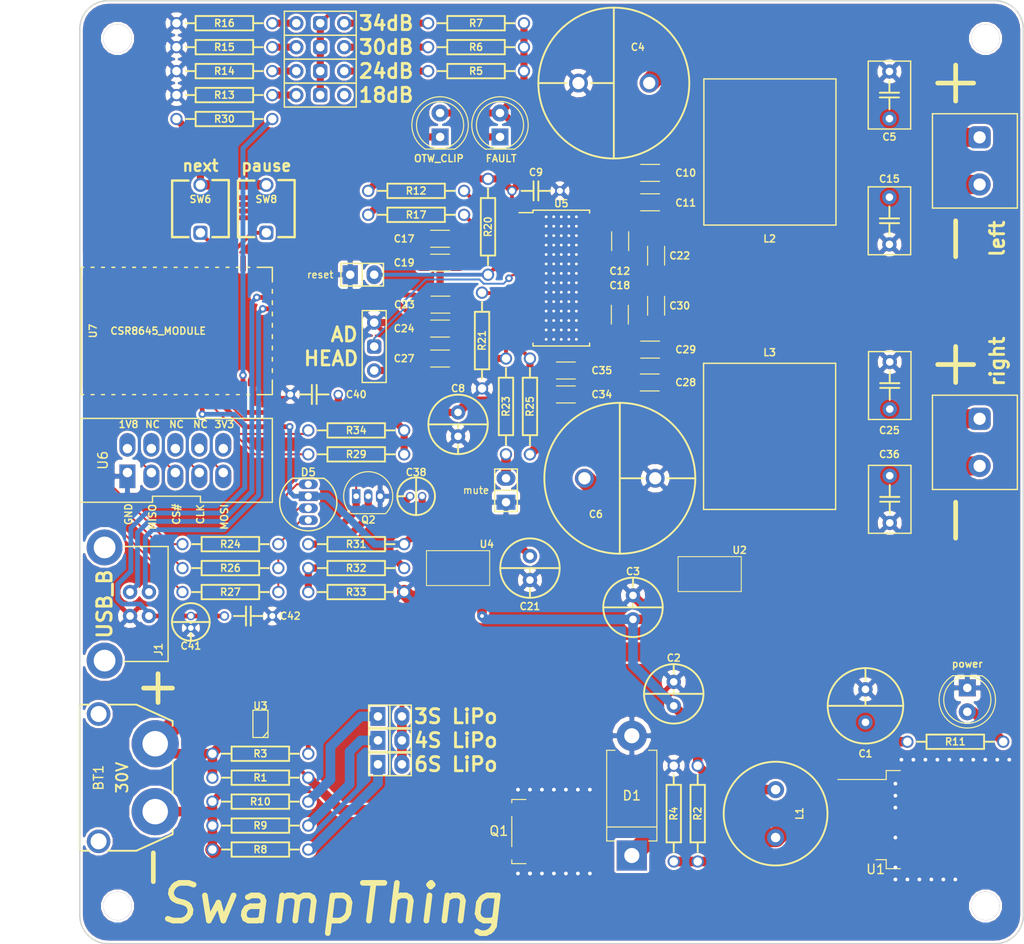
<source format=kicad_pcb>
(kicad_pcb (version 20171130) (host pcbnew "(5.0.2)-1")
  (layers (0 F.Cu signal) (31 B.Cu signal) (34 B.Paste user) (35 F.Paste user) (36 B.SilkS user) (37 F.SilkS user) (38 B.Mask user) (39 F.Mask user) (44 Edge.Cuts user))
  (net 0 "")
  (net 1 -BATT)
  (net 2 +BATT)
  (net 3 GND)
  (net 4 +5V)
  (net 5 "Net-(C5-Pad1)")
  (net 6 "Net-(C10-Pad1)")
  (net 7 "Net-(C11-Pad1)")
  (net 8 "Net-(C15-Pad2)")
  (net 9 SPK_LP)
  (net 10 "Net-(C17-Pad2)")
  (net 11 "Net-(C19-Pad2)")
  (net 12 SPK_LN)
  (net 13 +3V3)
  (net 14 SPK_RP)
  (net 15 "Net-(C23-Pad2)")
  (net 16 "Net-(C24-Pad2)")
  (net 17 SPK_RN)
  (net 18 "Net-(C25-Pad1)")
  (net 19 /CMUTE)
  (net 20 "Net-(C28-Pad2)")
  (net 21 "Net-(C29-Pad2)")
  (net 22 "Net-(C36-Pad2)")
  (net 23 "Net-(C38-Pad2)")
  (net 24 1V8)
  (net 25 VBUS)
  (net 26 "Net-(D1-Pad1)")
  (net 27 "Net-(D2-Pad1)")
  (net 28 "Net-(D3-Pad2)")
  (net 29 "Net-(D4-Pad1)")
  (net 30 "Net-(J1-Pad2)")
  (net 31 "Net-(J1-Pad3)")
  (net 32 /SW_GATE)
  (net 33 /PWER_E)
  (net 34 "Net-(Q2-Pad2)")
  (net 35 "Net-(R2-Pad2)")
  (net 36 /MAX_VDIV)
  (net 37 "Net-(R5-Pad2)")
  (net 38 "Net-(R6-Pad2)")
  (net 39 "Net-(R7-Pad2)")
  (net 40 "Net-(R8-Pad1)")
  (net 41 "Net-(R9-Pad1)")
  (net 42 "Net-(R10-Pad1)")
  (net 43 OTW_CLIP)
  (net 44 "Net-(R13-Pad1)")
  (net 45 "Net-(R14-Pad1)")
  (net 46 "Net-(R15-Pad1)")
  (net 47 "Net-(R16-Pad1)")
  (net 48 FAULT)
  (net 49 "Net-(R23-Pad2)")
  (net 50 "Net-(R24-Pad1)")
  (net 51 "Net-(R26-Pad1)")
  (net 52 "Net-(R27-Pad1)")
  (net 53 /SPI_PCM)
  (net 54 "Net-(R30-Pad2)")
  (net 55 "Net-(R34-Pad2)")
  (net 56 "Net-(S2-Pad2)")
  (net 57 HEAD)
  (net 58 /NEXT)
  (net 59 /PAUSE)
  (net 60 "Net-(U6-Pad3)")
  (net 61 "Net-(U6-Pad5)")
  (net 62 "Net-(U6-Pad7)")
  (net 63 "Net-(U6-Pad9)")
  (net 64 /OUT1_P)
  (net 65 /OUT1_M)
  (net 66 /OUT2_M)
  (net 67 /OUT2_P)
  (net 68 "Net-(J1-Pad5)")
  (net 69 /GVDD)
  (net 70 /RESET)
  (net 71 /FREQ_ADJ)
  (net 72 "Net-(D5-Pad1)")
  (net 73 "Net-(D5-Pad3)")
  (net 74 "Net-(D5-Pad4)")
  (net 75 +7.5V)
  (module NovaBox:SPKR_5MM (layer F.Cu) (at 140.37 46.99 90)
    (fp_text reference SPK1 hide)
    (fp_text value left (at -8.255 1.87 270) (layer F.SilkS) (effects (font (size 1.5 1.5) (thickness 0.3))))
    (pad 2 thru_hole circle (at -2.5 0 90) (size 2.35 2.35) (drill 1.3) (layers *.Cu *.Mask) (net 8 "Net-(C15-Pad2)"))
    (pad 1 thru_hole roundrect (at 2.5 0 90) (size 2.35 2.35) (drill 1.3) (layers *.Cu *.Mask) (net 5 "Net-(C5-Pad1)"))
  )
  (module NovaBox:SPKR_5MM (layer F.Cu) (at 140.37 76.835 90)
    (fp_text reference SPK2 hide)
    (fp_text value right (at 8.58 1.87 270) (layer F.SilkS) (effects (font (size 1.5 1.5) (thickness 0.3))))
    (pad 2 thru_hole circle (at -2.5 0 90) (size 2.35 2.35) (drill 1.3) (layers *.Cu *.Mask) (net 22 "Net-(C36-Pad2)"))
    (pad 1 thru_hole roundrect (at 2.5 0 90) (size 2.35 2.35) (drill 1.3) (layers *.Cu *.Mask) (net 18 "Net-(C25-Pad1)"))
  )
  (module NovaBox:TO-252 (layer F.Cu) (at 93.06 118.11)
    (fp_text reference Q1 (at -3.652 -0.0635) (layer F.SilkS))
    (fp_text value IRF530NSPbF)
    (pad 1 smd rect (at -4.575 -2.3) (size 3.5 2) (layers F.Cu F.Paste F.Mask) (net 32 /SW_GATE))
    (pad 3 smd rect (at -4.575 2.28) (size 3.5 2) (layers F.Cu F.Paste F.Mask) (net 1 -BATT))
    (pad 2 smd rect (at 2.825 0) (size 7 7) (layers F.Cu F.Mask) (net 3 GND))
  )
  (module NovaBox:Tact_6x6 (layer F.Cu) (at 57.785 52.07 90)
    (fp_text reference SW6 (at 1.016 0) (layer F.SilkS) (effects (font (size 0.75 0.75))))
    (fp_text value next (at 4.572 0 180) (layer F.SilkS) (effects (font (size 1.2 1.2) (thickness 0.25))))
    (pad 1 thru_hole roundrect (at -2.54 0 90) (size 1.5 1.5) (drill 1) (layers *.Cu *.Mask) (net 58 /NEXT))
    (pad 2 thru_hole oval (at 2.54 0 90) (size 1.5 1.5) (drill 1) (layers *.Cu *.Mask) (net 54 "Net-(R30-Pad2)"))
  )
  (module NovaBox:Tact_6x6 (layer F.Cu) (at 64.77 52.07 90)
    (fp_text reference SW8 (at 1.016 0) (layer F.SilkS) (effects (font (size 0.75 0.75))))
    (fp_text value pause (at 4.572 0 180) (layer F.SilkS) (effects (font (size 1.2 1.2) (thickness 0.25))))
    (pad 1 thru_hole roundrect (at -2.54 0 90) (size 1.5 1.5) (drill 1) (layers *.Cu *.Mask) (net 59 /PAUSE))
    (pad 2 thru_hole oval (at 2.54 0 90) (size 1.5 1.5) (drill 1) (layers *.Cu *.Mask) (net 54 "Net-(R30-Pad2)"))
  )
  (module NovaBox:COILCRAFT-UA801x-AL (layer F.Cu) (at 118.145 46.045 90)
    (fp_text reference L2 (at -9.2 -0.035) (layer F.SilkS) (effects (font (size 0.75 0.75))))
    (fp_text value 10μH)
    (pad 2 smd rect (at -7.4 4.3 90) (size 4.2 3.4) (layers F.Cu F.Paste F.Mask) (net 8 "Net-(C15-Pad2)"))
    (pad 4 smd rect (at 7.4 -4.3 90) (size 4.2 3.4) (layers F.Cu F.Paste F.Mask) (net 64 /OUT1_P))
    (pad 3 smd rect (at 5.15 4.3 90) (size 8.7 3.4) (layers F.Cu F.Paste F.Mask) (net 5 "Net-(C5-Pad1)"))
    (pad 1 smd rect (at -5.15 -4.3 90) (size 8.7 3.4) (layers F.Cu F.Paste F.Mask) (net 65 /OUT1_M))
  )
  (module NovaBox:COILCRAFT-UA801x-AL (layer F.Cu) (at 118.11 76.2 90)
    (fp_text reference L3 (at 8.89 0 180) (layer F.SilkS) (effects (font (size 0.75 0.75))))
    (fp_text value 10μH)
    (pad 2 smd rect (at -7.4 4.3 90) (size 4.2 3.4) (layers F.Cu F.Paste F.Mask) (net 22 "Net-(C36-Pad2)"))
    (pad 4 smd rect (at 7.4 -4.3 90) (size 4.2 3.4) (layers F.Cu F.Paste F.Mask) (net 67 /OUT2_P))
    (pad 3 smd rect (at 5.15 4.3 90) (size 8.7 3.4) (layers F.Cu F.Paste F.Mask) (net 18 "Net-(C25-Pad1)"))
    (pad 1 smd rect (at -5.15 -4.3 90) (size 8.7 3.4) (layers F.Cu F.Paste F.Mask) (net 66 /OUT2_M))
  )
  (module NovaBox:CSR_Debugger (layer F.Cu) (at 55.245 78.74 90)
    (fp_text reference U6 (at 0 -7.8 90) (layer F.SilkS))
    (fp_text value CSR_DBG hide)
    (fp_text user 3V3 (at 3.81 5.08 180) (layer F.SilkS) (effects (font (size 0.75 0.75))))
    (fp_text user NC (at 3.81 2.54 180) (layer F.SilkS) (effects (font (size 0.75 0.75))))
    (fp_text user NC (at 3.81 0 180) (layer F.SilkS) (effects (font (size 0.75 0.75))))
    (fp_text user NC (at 3.81 -2.54 180) (layer F.SilkS) (effects (font (size 0.75 0.75))))
    (fp_text user 1V8 (at 3.81 -5.08 180) (layer F.SilkS) (effects (font (size 0.75 0.75))))
    (fp_text user MOSI (at -6 5.08 270) (layer F.SilkS) (effects (font (size 0.75 0.75))))
    (fp_text user CLK (at -5.715 2.54 270) (layer F.SilkS) (effects (font (size 0.75 0.75))))
    (fp_text user CS# (at -5.715 0 90) (layer F.SilkS) (effects (font (size 0.75 0.75))))
    (fp_text user MISO (at -6 -2.54 90) (layer F.SilkS) (effects (font (size 0.75 0.75))))
    (fp_text user GND (at -5.715 -5.08 90) (layer F.SilkS) (effects (font (size 0.75 0.75))))
    (pad 1 thru_hole rect (at -1.3 -5.2 90) (size 2.5 1.7) (drill 1 (offset -0.4 0)) (layers *.Cu *.Mask) (net 3 GND))
    (pad 2 thru_hole oval (at 1.24 -5.2 90) (size 2.5 1.7) (drill 1 (offset 0.4 0)) (layers *.Cu *.Mask))
    (pad 3 thru_hole oval (at -1.3 -2.66 90) (size 2.5 1.7) (drill 1 (offset -0.4 0)) (layers *.Cu *.Mask) (net 60 "Net-(U6-Pad3)"))
    (pad 4 thru_hole oval (at 1.24 -2.66 90) (size 2.5 1.7) (drill 1 (offset 0.4 0)) (layers *.Cu *.Mask))
    (pad 5 thru_hole oval (at -1.3 -0.12 90) (size 2.5 1.7) (drill 1 (offset -0.4 0)) (layers *.Cu *.Mask) (net 61 "Net-(U6-Pad5)"))
    (pad 6 thru_hole oval (at 1.24 -0.12 90) (size 2.5 1.7) (drill 1 (offset 0.4 0)) (layers *.Cu *.Mask))
    (pad 7 thru_hole oval (at -1.3 2.42 90) (size 2.5 1.7) (drill 1 (offset -0.4 0)) (layers *.Cu *.Mask) (net 62 "Net-(U6-Pad7)"))
    (pad 8 thru_hole oval (at 1.24 2.42 90) (size 2.5 1.7) (drill 1 (offset 0.4 0)) (layers *.Cu *.Mask))
    (pad 9 thru_hole oval (at -1.3 4.96 90) (size 2.5 1.7) (drill 1 (offset -0.4 0)) (layers *.Cu *.Mask) (net 63 "Net-(U6-Pad9)"))
    (pad 10 thru_hole oval (at 1.24 4.96 90) (size 2.5 1.7) (drill 1 (offset 0.4 0)) (layers *.Cu *.Mask))
  )
  (module NovaBox:C_5MM (layer F.Cu) (at 93.345 50.165 180)
    (fp_text reference C9 (at 0 1.9685 180) (layer F.SilkS) (effects (font (size 0.75 0.75))))
    (fp_text value 100nF hide)
    (pad 2 thru_hole circle (at 2.54 0 180) (size 1 1) (drill 0.65) (layers *.Cu *.Mask) (net 4 +5V))
    (pad 1 thru_hole circle (at -2.54 0 180) (size 1 1) (drill 0.65) (layers *.Cu *.Mask) (net 3 GND))
  )
  (module NovaBox:C_5MM (layer F.Cu) (at 69.85 71.755)
    (fp_text reference C40 (at 4.445 0 180) (layer F.SilkS) (effects (font (size 0.75 0.75))))
    (fp_text value 100nF hide)
    (pad 1 thru_hole circle (at -2.54 0) (size 1 1) (drill 0.65) (layers *.Cu *.Mask) (net 3 GND))
    (pad 2 thru_hole circle (at 2.54 0) (size 1 1) (drill 0.65) (layers *.Cu *.Mask) (net 24 1V8))
  )
  (module NovaBox:C_5MM (layer F.Cu) (at 62.865 95.25 180)
    (fp_text reference C42 (at -4.445 0) (layer F.SilkS) (effects (font (size 0.75 0.75))))
    (fp_text value 100nF hide)
    (pad 2 thru_hole circle (at 2.54 0 180) (size 1 1) (drill 0.65) (layers *.Cu *.Mask) (net 25 VBUS))
    (pad 1 thru_hole circle (at -2.54 0 180) (size 1 1) (drill 0.65) (layers *.Cu *.Mask) (net 3 GND))
  )
  (module NovaBox:TSSOP-44_4.4x9.7mm_Pitch0.635mm_ThermalPad (layer F.Cu) (at 96.03 59.415)
    (fp_text reference U5 (at 0 -7.9) (layer F.SilkS) (effects (font (size 0.75 0.75))))
    (fp_text value TPA3220 hide)
    (pad 45 thru_hole rect (at 1.6 6.5) (size 0.9 1.1) (drill 0.3) (layers *.Cu) (net 3 GND))
    (pad 45 thru_hole rect (at 0.8 6.5) (size 0.9 1.1) (drill 0.3) (layers *.Cu) (net 3 GND))
    (pad 45 thru_hole rect (at 0 6.5) (size 0.9 1.1) (drill 0.3) (layers *.Cu) (net 3 GND))
    (pad 45 thru_hole rect (at -0.8 6.5) (size 0.9 1.1) (drill 0.3) (layers *.Cu) (net 3 GND))
    (pad 45 thru_hole rect (at -1.6 6.5) (size 0.9 1.1) (drill 0.3) (layers *.Cu) (net 3 GND))
    (pad 45 thru_hole rect (at 1.6 5.5) (size 0.9 1.1) (drill 0.3) (layers *.Cu) (net 3 GND))
    (pad 45 thru_hole rect (at 0.8 5.5) (size 0.9 1.1) (drill 0.3) (layers *.Cu) (net 3 GND))
    (pad 45 thru_hole rect (at 0 5.5) (size 0.9 1.1) (drill 0.3) (layers *.Cu) (net 3 GND))
    (pad 45 thru_hole rect (at -0.8 5.5) (size 0.9 1.1) (drill 0.3) (layers *.Cu) (net 3 GND))
    (pad 45 thru_hole rect (at -1.6 5.5) (size 0.9 1.1) (drill 0.3) (layers *.Cu) (net 3 GND))
    (pad 45 thru_hole rect (at 1.6 4.5) (size 0.9 1.1) (drill 0.3) (layers *.Cu) (net 3 GND))
    (pad 45 thru_hole rect (at 0.8 4.5) (size 0.9 1.1) (drill 0.3) (layers *.Cu) (net 3 GND))
    (pad 45 thru_hole rect (at 0 4.5) (size 0.9 1.1) (drill 0.3) (layers *.Cu) (net 3 GND))
    (pad 45 thru_hole rect (at -0.8 4.5) (size 0.9 1.1) (drill 0.3) (layers *.Cu) (net 3 GND))
    (pad 45 thru_hole rect (at -1.6 4.5) (size 0.9 1.1) (drill 0.3) (layers *.Cu) (net 3 GND))
    (pad 45 thru_hole rect (at 1.6 3.5) (size 0.9 1.1) (drill 0.3) (layers *.Cu *.Mask) (net 3 GND))
    (pad 45 thru_hole rect (at 0.8 3.5) (size 0.9 1.1) (drill 0.3) (layers *.Cu *.Mask) (net 3 GND))
    (pad 45 thru_hole rect (at 0 3.5) (size 0.9 1.1) (drill 0.3) (layers *.Cu *.Mask) (net 3 GND))
    (pad 45 thru_hole rect (at -0.8 3.5) (size 0.9 1.1) (drill 0.3) (layers *.Cu *.Mask) (net 3 GND))
    (pad 45 thru_hole rect (at -1.6 3.5) (size 0.9 1.1) (drill 0.3) (layers *.Cu *.Mask) (net 3 GND))
    (pad 45 thru_hole rect (at 1.6 2.5) (size 0.9 1.1) (drill 0.3) (layers *.Cu *.Mask) (net 3 GND))
    (pad 45 thru_hole rect (at 0.8 2.5) (size 0.9 1.1) (drill 0.3) (layers *.Cu *.Mask) (net 3 GND))
    (pad 45 thru_hole rect (at 0 2.5) (size 0.9 1.1) (drill 0.3) (layers *.Cu *.Mask) (net 3 GND))
    (pad 45 thru_hole rect (at -0.8 2.5) (size 0.9 1.1) (drill 0.3) (layers *.Cu *.Mask) (net 3 GND))
    (pad 45 thru_hole rect (at -1.6 2.5) (size 0.9 1.1) (drill 0.3) (layers *.Cu *.Mask) (net 3 GND))
    (pad 45 thru_hole rect (at 1.6 1.5) (size 0.9 1.1) (drill 0.3) (layers *.Cu *.Mask) (net 3 GND))
    (pad 45 thru_hole rect (at 0.8 1.5) (size 0.9 1.1) (drill 0.3) (layers *.Cu *.Mask) (net 3 GND))
    (pad 45 thru_hole rect (at 0 1.5) (size 0.9 1.1) (drill 0.3) (layers *.Cu *.Mask) (net 3 GND))
    (pad 45 thru_hole rect (at -0.8 1.5) (size 0.9 1.1) (drill 0.3) (layers *.Cu *.Mask) (net 3 GND))
    (pad 45 thru_hole rect (at -1.6 1.5) (size 0.9 1.1) (drill 0.3) (layers *.Cu *.Mask) (net 3 GND))
    (pad 45 thru_hole rect (at 1.6 0.5) (size 0.9 1.1) (drill 0.3) (layers *.Cu *.Mask) (net 3 GND))
    (pad 45 thru_hole rect (at 0.8 0.5) (size 0.9 1.1) (drill 0.3) (layers *.Cu *.Mask) (net 3 GND))
    (pad 45 thru_hole rect (at 0 0.5) (size 0.9 1.1) (drill 0.3) (layers *.Cu *.Mask) (net 3 GND))
    (pad 45 thru_hole rect (at -0.8 0.5) (size 0.9 1.1) (drill 0.3) (layers *.Cu *.Mask) (net 3 GND))
    (pad 45 thru_hole rect (at -1.6 0.5) (size 0.9 1.1) (drill 0.3) (layers *.Cu *.Mask) (net 3 GND))
    (pad 45 thru_hole rect (at 1.6 -0.5) (size 0.9 1.1) (drill 0.3) (layers *.Cu *.Mask) (net 3 GND))
    (pad 45 thru_hole rect (at 0.8 -0.5) (size 0.9 1.1) (drill 0.3) (layers *.Cu *.Mask) (net 3 GND))
    (pad 45 thru_hole rect (at 0 -0.5) (size 0.9 1.1) (drill 0.3) (layers *.Cu *.Mask) (net 3 GND))
    (pad 45 thru_hole rect (at -0.8 -0.5) (size 0.9 1.1) (drill 0.3) (layers *.Cu *.Mask) (net 3 GND))
    (pad 45 thru_hole rect (at -1.6 -0.5) (size 0.9 1.1) (drill 0.3) (layers *.Cu *.Mask) (net 3 GND))
    (pad 45 thru_hole rect (at 1.6 -1.5) (size 0.9 1.1) (drill 0.3) (layers *.Cu *.Mask) (net 3 GND))
    (pad 45 thru_hole rect (at 0.8 -1.5) (size 0.9 1.1) (drill 0.3) (layers *.Cu *.Mask) (net 3 GND))
    (pad 45 thru_hole rect (at 0 -1.5) (size 0.9 1.1) (drill 0.3) (layers *.Cu *.Mask) (net 3 GND))
    (pad 45 thru_hole rect (at -0.8 -1.5) (size 0.9 1.1) (drill 0.3) (layers *.Cu *.Mask) (net 3 GND))
    (pad 45 thru_hole rect (at -1.6 -1.5) (size 0.9 1.1) (drill 0.3) (layers *.Cu *.Mask) (net 3 GND))
    (pad 45 thru_hole rect (at 1.6 -2.5) (size 0.9 1.1) (drill 0.3) (layers *.Cu *.Mask) (net 3 GND))
    (pad 45 thru_hole rect (at 0.8 -2.5) (size 0.9 1.1) (drill 0.3) (layers *.Cu *.Mask) (net 3 GND))
    (pad 45 thru_hole rect (at 0 -2.5) (size 0.9 1.1) (drill 0.3) (layers *.Cu *.Mask) (net 3 GND))
    (pad 45 thru_hole rect (at -0.8 -2.5) (size 0.9 1.1) (drill 0.3) (layers *.Cu *.Mask) (net 3 GND))
    (pad 45 thru_hole rect (at -1.6 -2.5) (size 0.9 1.1) (drill 0.3) (layers *.Cu *.Mask) (net 3 GND))
    (pad 45 thru_hole rect (at 1.6 -3.5) (size 0.9 1.1) (drill 0.3) (layers *.Cu *.Mask) (net 3 GND))
    (pad 45 thru_hole rect (at 0.8 -3.5) (size 0.9 1.1) (drill 0.3) (layers *.Cu *.Mask) (net 3 GND))
    (pad 45 thru_hole rect (at 0 -3.5) (size 0.9 1.1) (drill 0.3) (layers *.Cu *.Mask) (net 3 GND))
    (pad 45 thru_hole rect (at -0.8 -3.5) (size 0.9 1.1) (drill 0.3) (layers *.Cu *.Mask) (net 3 GND))
    (pad 45 thru_hole rect (at -1.6 -3.5) (size 0.9 1.1) (drill 0.3) (layers *.Cu *.Mask) (net 3 GND))
    (pad 45 thru_hole rect (at 1.6 -4.5) (size 0.9 1.1) (drill 0.3) (layers *.Cu) (net 3 GND))
    (pad 45 thru_hole rect (at 0.8 -4.5) (size 0.9 1.1) (drill 0.3) (layers *.Cu) (net 3 GND))
    (pad 45 thru_hole rect (at 0 -4.5) (size 0.9 1.1) (drill 0.3) (layers *.Cu) (net 3 GND))
    (pad 45 thru_hole rect (at -0.8 -4.5) (size 0.9 1.1) (drill 0.3) (layers *.Cu) (net 3 GND))
    (pad 45 thru_hole rect (at -1.6 -4.5) (size 0.9 1.1) (drill 0.3) (layers *.Cu) (net 3 GND))
    (pad 45 thru_hole rect (at 1.6 -5.5) (size 0.9 1.1) (drill 0.3) (layers *.Cu) (net 3 GND))
    (pad 45 thru_hole rect (at 0.8 -5.5) (size 0.9 1.1) (drill 0.3) (layers *.Cu) (net 3 GND))
    (pad 45 thru_hole rect (at 0 -5.5) (size 0.9 1.1) (drill 0.3) (layers *.Cu) (net 3 GND))
    (pad 45 thru_hole rect (at -0.8 -5.5) (size 0.9 1.1) (drill 0.3) (layers *.Cu) (net 3 GND))
    (pad 45 thru_hole rect (at -1.6 -5.5) (size 0.9 1.1) (drill 0.3) (layers *.Cu) (net 3 GND))
    (pad 45 thru_hole rect (at 1.6 -6.5) (size 0.9 1.1) (drill 0.3) (layers *.Cu) (net 3 GND))
    (pad 45 thru_hole rect (at 0.8 -6.5) (size 0.9 1.1) (drill 0.3) (layers *.Cu) (net 3 GND))
    (pad 45 thru_hole rect (at 0 -6.5) (size 0.9 1.1) (drill 0.3) (layers *.Cu) (net 3 GND))
    (pad 45 thru_hole rect (at -0.8 -6.5) (size 0.9 1.1) (drill 0.3) (layers *.Cu) (net 3 GND))
    (pad 45 thru_hole rect (at -1.6 -6.5) (size 0.9 1.1) (drill 0.3) (layers *.Cu) (net 3 GND))
    (pad 44 smd rect (at 3.75 -6.6675) (size 1.5 0.32) (layers F.Cu F.Paste F.Mask) (net 6 "Net-(C10-Pad1)"))
    (pad 43 smd rect (at 3.75 -6.0325) (size 1.5 0.32) (layers F.Cu F.Paste F.Mask) (net 7 "Net-(C11-Pad1)"))
    (pad 42 smd rect (at 3.75 -5.3975) (size 1.5 0.32) (layers F.Cu F.Paste F.Mask) (net 3 GND))
    (pad 41 smd rect (at 3.75 -4.7625) (size 1.5 0.32) (layers F.Cu F.Paste F.Mask) (net 3 GND))
    (pad 40 smd rect (at 3.75 -4.1275) (size 1.5 0.32) (layers F.Cu F.Paste F.Mask) (net 64 /OUT1_P))
    (pad 39 smd rect (at 3.75 -3.4925) (size 1.5 0.32) (layers F.Cu F.Paste F.Mask) (net 64 /OUT1_P))
    (pad 38 smd rect (at 3.75 -2.8575) (size 1.5 0.32) (layers F.Cu F.Paste F.Mask) (net 2 +BATT))
    (pad 37 smd rect (at 3.75 -2.2225) (size 1.5 0.32) (layers F.Cu F.Paste F.Mask) (net 2 +BATT))
    (pad 36 smd rect (at 3.75 -1.5875) (size 1.5 0.32) (layers F.Cu F.Paste F.Mask) (net 2 +BATT))
    (pad 35 smd rect (at 3.75 -0.9525) (size 1.5 0.32) (layers F.Cu F.Paste F.Mask) (net 65 /OUT1_M))
    (pad 34 smd rect (at 3.75 -0.3175) (size 1.5 0.32) (layers F.Cu F.Paste F.Mask) (net 3 GND))
    (pad 33 smd rect (at 3.75 0.3175) (size 1.5 0.32) (layers F.Cu F.Paste F.Mask) (net 3 GND))
    (pad 32 smd rect (at 3.75 0.9525) (size 1.5 0.32) (layers F.Cu F.Paste F.Mask) (net 67 /OUT2_P))
    (pad 31 smd rect (at 3.75 1.5875) (size 1.5 0.32) (layers F.Cu F.Paste F.Mask) (net 2 +BATT))
    (pad 30 smd rect (at 3.75 2.2225) (size 1.5 0.32) (layers F.Cu F.Paste F.Mask) (net 2 +BATT))
    (pad 29 smd rect (at 3.75 2.8575) (size 1.5 0.32) (layers F.Cu F.Paste F.Mask) (net 2 +BATT))
    (pad 28 smd rect (at 3.75 3.4925) (size 1.5 0.32) (layers F.Cu F.Paste F.Mask) (net 66 /OUT2_M))
    (pad 27 smd rect (at 3.75 4.1275) (size 1.5 0.32) (layers F.Cu F.Paste F.Mask) (net 66 /OUT2_M))
    (pad 26 smd rect (at 3.75 4.7625) (size 1.5 0.32) (layers F.Cu F.Paste F.Mask) (net 3 GND))
    (pad 25 smd rect (at 3.75 5.3975) (size 1.5 0.32) (layers F.Cu F.Paste F.Mask) (net 3 GND))
    (pad 24 smd rect (at 3.75 6.0325) (size 1.5 0.32) (layers F.Cu F.Paste F.Mask) (net 21 "Net-(C29-Pad2)"))
    (pad 23 smd rect (at 3.75 6.6675) (size 1.5 0.32) (layers F.Cu F.Paste F.Mask) (net 20 "Net-(C28-Pad2)"))
    (pad 22 smd rect (at -3.75 6.6675) (size 1.5 0.32) (layers F.Cu F.Paste F.Mask) (net 69 /GVDD))
    (pad 21 smd rect (at -3.75 6.0325) (size 1.5 0.32) (layers F.Cu F.Paste F.Mask) (net 4 +5V))
    (pad 20 smd rect (at -3.75 5.3975) (size 1.5 0.32) (layers F.Cu F.Paste F.Mask) (net 3 GND))
    (pad 19 smd rect (at -3.75 4.7625) (size 1.5 0.32) (layers F.Cu F.Paste F.Mask) (net 3 GND))
    (pad 18 smd rect (at -3.75 4.1275) (size 1.5 0.32) (layers F.Cu F.Paste F.Mask) (net 3 GND))
    (pad 17 smd rect (at -3.75 3.4925) (size 1.5 0.32) (layers F.Cu F.Paste F.Mask) (net 19 /CMUTE))
    (pad 16 smd rect (at -3.75 2.8575) (size 1.5 0.32) (layers F.Cu F.Paste F.Mask) (net 16 "Net-(C24-Pad2)"))
    (pad 15 smd rect (at -3.75 2.2225) (size 1.5 0.32) (layers F.Cu F.Paste F.Mask) (net 15 "Net-(C23-Pad2)"))
    (pad 14 smd rect (at -3.75 1.5875) (size 1.5 0.32) (layers F.Cu F.Paste F.Mask) (net 71 /FREQ_ADJ))
    (pad 13 smd rect (at -3.75 0.9525) (size 1.5 0.32) (layers F.Cu F.Paste F.Mask))
    (pad 12 smd rect (at -3.75 0.3175) (size 1.5 0.32) (layers F.Cu F.Paste F.Mask))
    (pad 11 smd rect (at -3.75 -0.3175) (size 1.5 0.32) (layers F.Cu F.Paste F.Mask) (net 57 HEAD))
    (pad 10 smd rect (at -3.75 -0.9525) (size 1.5 0.32) (layers F.Cu F.Paste F.Mask) (net 70 /RESET))
    (pad 9 smd rect (at -3.75 -1.5875) (size 1.5 0.32) (layers F.Cu F.Paste F.Mask) (net 11 "Net-(C19-Pad2)"))
    (pad 8 smd rect (at -3.75 -2.2225) (size 1.5 0.32) (layers F.Cu F.Paste F.Mask) (net 10 "Net-(C17-Pad2)"))
    (pad 7 smd rect (at -3.75 -2.8575) (size 1.5 0.32) (layers F.Cu F.Paste F.Mask) (net 3 GND))
    (pad 6 smd rect (at -3.75 -3.4925) (size 1.5 0.32) (layers F.Cu F.Paste F.Mask) (net 3 GND))
    (pad 5 smd rect (at -3.75 -4.1275) (size 1.5 0.32) (layers F.Cu F.Paste F.Mask) (net 3 GND))
    (pad 4 smd rect (at -3.75 -4.7625) (size 1.5 0.32) (layers F.Cu F.Paste F.Mask) (net 48 FAULT))
    (pad 3 smd rect (at -3.75 -5.3975) (size 1.5 0.32) (layers F.Cu F.Paste F.Mask) (net 43 OTW_CLIP))
    (pad 2 smd rect (at -3.75 -6.0325) (size 1.5 0.32) (layers F.Cu F.Paste F.Mask) (net 56 "Net-(S2-Pad2)"))
    (pad 1 smd rect (at -3.75 -6.6675) (size 1.5 0.32) (layers F.Cu F.Paste F.Mask) (net 4 +5V))
  )
  (module NovaBox:CPOL_D8_P3.5 (layer F.Cu) (at 128.27 104.775 90)
    (fp_text reference C1 (at -5.08 0 180) (layer F.SilkS) (effects (font (size 0.75 0.75))))
    (fp_text value 100μF)
    (pad 2 thru_hole circle (at 1.75 0 90) (size 1.524 1.524) (drill 0.8) (layers *.Cu *.Mask) (net 3 GND))
    (pad 1 thru_hole circle (at -1.75 0 90) (size 1.524 1.524) (drill 0.8) (layers *.Cu *.Mask) (net 2 +BATT))
  )
  (module NovaBox:CPOL_D6.3_P2.5 (layer F.Cu) (at 107.95 103.505 90)
    (fp_text reference C2 (at 3.81 0 180) (layer F.SilkS) (effects (font (size 0.75 0.75))))
    (fp_text value 100μF)
    (pad 2 thru_hole circle (at 1.27 0 90) (size 1.524 1.524) (drill 0.8) (layers *.Cu *.Mask) (net 3 GND))
    (pad 1 thru_hole circle (at -1.27 0 90) (size 1.524 1.524) (drill 0.8) (layers *.Cu *.Mask) (net 75 +7.5V))
  )
  (module NovaBox:CPOL_D6.3_P2.5 (layer F.Cu) (at 103.632 94.3356 90)
    (fp_text reference C3 (at 3.81 0 180) (layer F.SilkS) (effects (font (size 0.75 0.75))))
    (fp_text value 10μF)
    (pad 2 thru_hole circle (at 1.27 0 90) (size 1.524 1.524) (drill 0.8) (layers *.Cu *.Mask) (net 3 GND))
    (pad 1 thru_hole circle (at -1.27 0 90) (size 1.524 1.524) (drill 0.8) (layers *.Cu *.Mask) (net 75 +7.5V))
  )
  (module NovaBox:CPOL_D6.3_P2.5 (layer F.Cu) (at 92.71 90.17 270)
    (fp_text reference C21 (at 4.064 0) (layer F.SilkS) (effects (font (size 0.75 0.75))))
    (fp_text value 100μF)
    (pad 2 thru_hole circle (at 1.27 0 270) (size 1.524 1.524) (drill 0.8) (layers *.Cu *.Mask) (net 3 GND))
    (pad 1 thru_hole circle (at -1.27 0 270) (size 1.524 1.524) (drill 0.8) (layers *.Cu *.Mask) (net 13 +3V3))
  )
  (module NovaBox:DO-201AD_P12.70mm_Horizontal (layer F.Cu) (at 103.505 114.3 90)
    (fp_text reference D1 (at 0 0) (layer F.SilkS))
    (fp_text value 1N5822 hide)
    (pad 2 thru_hole oval (at 6.35 0 90) (size 3.2 3.2) (drill 1.6) (layers *.Cu *.Mask) (net 3 GND))
    (pad 1 thru_hole rect (at -6.35 0 90) (size 3.2 3.2) (drill 1.6) (layers *.Cu *.Mask) (net 26 "Net-(D1-Pad1)"))
  )
  (module NovaBox:LED_D5.0mm (layer F.Cu) (at 83.185 43.18 90)
    (fp_text reference D2 hide)
    (fp_text value OTW_CLIP (at -3.556 -0.127) (layer F.SilkS) (effects (font (size 0.75 0.75))))
    (pad 2 thru_hole circle (at 1.27 0 90) (size 1.8 1.8) (drill 0.9) (layers *.Cu *.Mask) (net 4 +5V))
    (pad 1 thru_hole rect (at -1.27 0 90) (size 1.8 1.8) (drill 0.9) (layers *.Cu *.Mask) (net 27 "Net-(D2-Pad1)"))
  )
  (module NovaBox:LED_D5.0mm (layer F.Cu) (at 139.065 104.14 270)
    (fp_text reference D3 hide)
    (fp_text value power (at -3.81 0 180) (layer F.SilkS) (effects (font (size 0.75 0.75))))
    (pad 2 thru_hole circle (at 1.27 0 270) (size 1.8 1.8) (drill 0.9) (layers *.Cu *.Mask) (net 28 "Net-(D3-Pad2)"))
    (pad 1 thru_hole rect (at -1.27 0 270) (size 1.8 1.8) (drill 0.9) (layers *.Cu *.Mask) (net 3 GND))
  )
  (module NovaBox:LED_D5.0mm (layer F.Cu) (at 89.535 43.18 90)
    (fp_text reference D4 hide)
    (fp_text value FAULT (at -3.556 0.127) (layer F.SilkS) (effects (font (size 0.75 0.75))))
    (pad 2 thru_hole circle (at 1.27 0 90) (size 1.8 1.8) (drill 0.9) (layers *.Cu *.Mask) (net 4 +5V))
    (pad 1 thru_hole rect (at -1.27 0 90) (size 1.8 1.8) (drill 0.9) (layers *.Cu *.Mask) (net 29 "Net-(D4-Pad1)"))
  )
  (module NovaBox:MountingHole (layer F.Cu) (at 141 34)
    (fp_text reference J2 hide)
    (fp_text value HOLE hide)
    (pad 1 thru_hole circle (at 0 0) (size 3 3) (drill 3) (layers *.Cu *.Mask))
  )
  (module NovaBox:MountingHole (layer F.Cu) (at 49 126)
    (fp_text reference J3 hide)
    (fp_text value HOLE hide)
    (pad 1 thru_hole circle (at 0 0) (size 3 3) (drill 3) (layers *.Cu *.Mask))
  )
  (module NovaBox:MountingHole (layer F.Cu) (at 49 34)
    (fp_text reference J4 hide)
    (fp_text value HOLE hide)
    (pad 1 thru_hole circle (at 0 0) (size 3 3) (drill 3) (layers *.Cu *.Mask))
  )
  (module NovaBox:MountingHole (layer F.Cu) (at 141 126)
    (fp_text reference J5 hide)
    (fp_text value HOLE hide)
    (pad 1 thru_hole circle (at 0 0) (size 3 3) (drill 3) (layers *.Cu *.Mask))
  )
  (module NovaBox:COIL_LHL10TB681K (layer F.Cu) (at 118.745 116.205 90)
    (fp_text reference L1 (at 0 2.54 90) (layer F.SilkS) (effects (font (size 0.75 0.75))))
    (fp_text value 1500μH hide)
    (pad 2 thru_hole circle (at 2.54 0 90) (size 1.8 1.8) (drill 1) (layers *.Cu *.Mask) (net 75 +7.5V))
    (pad 1 thru_hole circle (at -2.54 0 90) (size 1.8 1.8) (drill 1) (layers *.Cu *.Mask) (net 26 "Net-(D1-Pad1)"))
  )
  (module NovaBox:TO-92_Inline_Narrow_Oval (layer F.Cu) (at 75.565 82.55)
    (fp_text reference Q2 (at 0.02 2.5) (layer F.SilkS) (effects (font (size 0.75 0.75))))
    (fp_text value BC547)
    (pad 2 thru_hole oval (at 0 0 180) (size 0.9 1.5) (drill 0.6) (layers *.Cu *.Mask) (net 34 "Net-(Q2-Pad2)"))
    (pad 3 thru_hole oval (at 1.27 0 180) (size 0.9 1.5) (drill 0.6) (layers *.Cu *.Mask) (net 3 GND))
    (pad 1 thru_hole rect (at -1.27 0 180) (size 0.9 1.5) (drill 0.6) (layers *.Cu *.Mask) (net 33 /PWER_E))
  )
  (module NovaBox:R_10MM (layer F.Cu) (at 64.135 112.395 180)
    (fp_text reference R1 (at 0 0 180) (layer F.SilkS) (effects (font (size 0.75 0.75))))
    (fp_text value 10K hide)
    (pad 2 thru_hole circle (at 5.08 0 180) (size 1.3 1.3) (drill 0.9) (layers *.Cu *.Mask) (net 2 +BATT))
    (pad 1 thru_hole circle (at -5.08 0 180) (size 1.3 1.3) (drill 0.9) (layers *.Cu *.Mask) (net 32 /SW_GATE))
  )
  (module NovaBox:R_10MM (layer F.Cu) (at 110.49 116.205 270)
    (fp_text reference R2 (at 0 0 270) (layer F.SilkS) (effects (font (size 0.75 0.75))))
    (fp_text value 7K5 hide)
    (pad 2 thru_hole circle (at 5.08 0 270) (size 1.3 1.3) (drill 0.9) (layers *.Cu *.Mask) (net 35 "Net-(R2-Pad2)"))
    (pad 1 thru_hole circle (at -5.08 0 270) (size 1.3 1.3) (drill 0.9) (layers *.Cu *.Mask) (net 75 +7.5V))
  )
  (module NovaBox:R_10MM (layer F.Cu) (at 64.135 109.855)
    (fp_text reference R3 (at 0 0) (layer F.SilkS) (effects (font (size 0.75 0.75))))
    (fp_text value 750K hide)
    (pad 2 thru_hole circle (at 5.08 0) (size 1.3 1.3) (drill 0.9) (layers *.Cu *.Mask) (net 36 /MAX_VDIV))
    (pad 1 thru_hole circle (at -5.08 0) (size 1.3 1.3) (drill 0.9) (layers *.Cu *.Mask) (net 2 +BATT))
  )
  (module NovaBox:R_10MM (layer F.Cu) (at 107.95 116.205 90)
    (fp_text reference R4 (at 0 0 90) (layer F.SilkS) (effects (font (size 0.75 0.75))))
    (fp_text value 1K6 hide)
    (pad 2 thru_hole circle (at 5.08 0 90) (size 1.3 1.3) (drill 0.9) (layers *.Cu *.Mask) (net 3 GND))
    (pad 1 thru_hole circle (at -5.08 0 90) (size 1.3 1.3) (drill 0.9) (layers *.Cu *.Mask) (net 35 "Net-(R2-Pad2)"))
  )
  (module NovaBox:R_10MM (layer F.Cu) (at 86.995 37.465 180)
    (fp_text reference R5 (at 0 0 180) (layer F.SilkS) (effects (font (size 0.75 0.75))))
    (fp_text value 100K hide)
    (pad 2 thru_hole circle (at 5.08 0 180) (size 1.3 1.3) (drill 0.9) (layers *.Cu *.Mask) (net 37 "Net-(R5-Pad2)"))
    (pad 1 thru_hole circle (at -5.08 0 180) (size 1.3 1.3) (drill 0.9) (layers *.Cu *.Mask) (net 4 +5V))
  )
  (module NovaBox:R_10MM (layer F.Cu) (at 86.995 34.925 180)
    (fp_text reference R6 (at 0 0 180) (layer F.SilkS) (effects (font (size 0.75 0.75))))
    (fp_text value 100K hide)
    (pad 2 thru_hole circle (at 5.08 0 180) (size 1.3 1.3) (drill 0.9) (layers *.Cu *.Mask) (net 38 "Net-(R6-Pad2)"))
    (pad 1 thru_hole circle (at -5.08 0 180) (size 1.3 1.3) (drill 0.9) (layers *.Cu *.Mask) (net 4 +5V))
  )
  (module NovaBox:R_10MM (layer F.Cu) (at 86.995 32.385 180)
    (fp_text reference R7 (at 0 0 180) (layer F.SilkS) (effects (font (size 0.75 0.75))))
    (fp_text value 75K hide)
    (pad 2 thru_hole circle (at 5.08 0 180) (size 1.3 1.3) (drill 0.9) (layers *.Cu *.Mask) (net 39 "Net-(R7-Pad2)"))
    (pad 1 thru_hole circle (at -5.08 0 180) (size 1.3 1.3) (drill 0.9) (layers *.Cu *.Mask) (net 4 +5V))
  )
  (module NovaBox:R_10MM (layer F.Cu) (at 64.135 120.015 180)
    (fp_text reference R8 (at 0 0 180) (layer F.SilkS) (effects (font (size 0.75 0.75))))
    (fp_text value 115K hide)
    (pad 2 thru_hole circle (at 5.08 0 180) (size 1.3 1.3) (drill 0.9) (layers *.Cu *.Mask) (net 1 -BATT))
    (pad 1 thru_hole circle (at -5.08 0 180) (size 1.3 1.3) (drill 0.9) (layers *.Cu *.Mask) (net 40 "Net-(R8-Pad1)"))
  )
  (module NovaBox:R_10MM (layer F.Cu) (at 64.135 117.475 180)
    (fp_text reference R9 (at 0 0 180) (layer F.SilkS) (effects (font (size 0.75 0.75))))
    (fp_text value 90K9 hide)
    (pad 2 thru_hole circle (at 5.08 0 180) (size 1.3 1.3) (drill 0.9) (layers *.Cu *.Mask) (net 1 -BATT))
    (pad 1 thru_hole circle (at -5.08 0 180) (size 1.3 1.3) (drill 0.9) (layers *.Cu *.Mask) (net 41 "Net-(R9-Pad1)"))
  )
  (module NovaBox:R_10MM (layer F.Cu) (at 64.135 114.935 180)
    (fp_text reference R10 (at 0 0 180) (layer F.SilkS) (effects (font (size 0.75 0.75))))
    (fp_text value 90K9 hide)
    (pad 2 thru_hole circle (at 5.08 0 180) (size 1.3 1.3) (drill 0.9) (layers *.Cu *.Mask) (net 1 -BATT))
    (pad 1 thru_hole circle (at -5.08 0 180) (size 1.3 1.3) (drill 0.9) (layers *.Cu *.Mask) (net 42 "Net-(R10-Pad1)"))
  )
  (module NovaBox:R_10MM (layer F.Cu) (at 137.795 108.585)
    (fp_text reference R11 (at 0 0) (layer F.SilkS) (effects (font (size 0.75 0.75))))
    (fp_text value 10K hide)
    (pad 2 thru_hole circle (at 5.08 0) (size 1.3 1.3) (drill 0.9) (layers *.Cu *.Mask) (net 28 "Net-(D3-Pad2)"))
    (pad 1 thru_hole circle (at -5.08 0) (size 1.3 1.3) (drill 0.9) (layers *.Cu *.Mask) (net 2 +BATT))
  )
  (module NovaBox:R_10MM (layer F.Cu) (at 80.645 50.165 180)
    (fp_text reference R12 (at 0 0 180) (layer F.SilkS) (effects (font (size 0.75 0.75))))
    (fp_text value 470 hide)
    (pad 2 thru_hole circle (at 5.08 0 180) (size 1.3 1.3) (drill 0.9) (layers *.Cu *.Mask) (net 27 "Net-(D2-Pad1)"))
    (pad 1 thru_hole circle (at -5.08 0 180) (size 1.3 1.3) (drill 0.9) (layers *.Cu *.Mask) (net 43 OTW_CLIP))
  )
  (module NovaBox:R_10MM (layer F.Cu) (at 60.325 40.005 180)
    (fp_text reference R13 (at 0 0 180) (layer F.SilkS) (effects (font (size 0.75 0.75))))
    (fp_text value 5K6 hide)
    (pad 2 thru_hole circle (at 5.08 0 180) (size 1.3 1.3) (drill 0.9) (layers *.Cu *.Mask) (net 3 GND))
    (pad 1 thru_hole circle (at -5.08 0 180) (size 1.3 1.3) (drill 0.9) (layers *.Cu *.Mask) (net 44 "Net-(R13-Pad1)"))
  )
  (module NovaBox:R_10MM (layer F.Cu) (at 60.325 37.465 180)
    (fp_text reference R14 (at 0 0 180) (layer F.SilkS) (effects (font (size 0.75 0.75))))
    (fp_text value 20K hide)
    (pad 2 thru_hole circle (at 5.08 0 180) (size 1.3 1.3) (drill 0.9) (layers *.Cu *.Mask) (net 3 GND))
    (pad 1 thru_hole circle (at -5.08 0 180) (size 1.3 1.3) (drill 0.9) (layers *.Cu *.Mask) (net 45 "Net-(R14-Pad1)"))
  )
  (module NovaBox:R_10MM (layer F.Cu) (at 60.325 34.925 180)
    (fp_text reference R15 (at 0 0 180) (layer F.SilkS) (effects (font (size 0.75 0.75))))
    (fp_text value 39K hide)
    (pad 2 thru_hole circle (at 5.08 0 180) (size 1.3 1.3) (drill 0.9) (layers *.Cu *.Mask) (net 3 GND))
    (pad 1 thru_hole circle (at -5.08 0 180) (size 1.3 1.3) (drill 0.9) (layers *.Cu *.Mask) (net 46 "Net-(R15-Pad1)"))
  )
  (module NovaBox:R_10MM (layer F.Cu) (at 60.325 32.385 180)
    (fp_text reference R16 (at 0 0 180) (layer F.SilkS) (effects (font (size 0.75 0.75))))
    (fp_text value 47K hide)
    (pad 2 thru_hole circle (at 5.08 0 180) (size 1.3 1.3) (drill 0.9) (layers *.Cu *.Mask) (net 3 GND))
    (pad 1 thru_hole circle (at -5.08 0 180) (size 1.3 1.3) (drill 0.9) (layers *.Cu *.Mask) (net 47 "Net-(R16-Pad1)"))
  )
  (module NovaBox:R_10MM (layer F.Cu) (at 80.645 52.705 180)
    (fp_text reference R17 (at 0 0 180) (layer F.SilkS) (effects (font (size 0.75 0.75))))
    (fp_text value 470 hide)
    (pad 2 thru_hole circle (at 5.08 0 180) (size 1.3 1.3) (drill 0.9) (layers *.Cu *.Mask) (net 29 "Net-(D4-Pad1)"))
    (pad 1 thru_hole circle (at -5.08 0 180) (size 1.3 1.3) (drill 0.9) (layers *.Cu *.Mask) (net 48 FAULT))
  )
  (module NovaBox:R_10MM (layer F.Cu) (at 88.265 53.975 90)
    (fp_text reference R20 (at 0 0 90) (layer F.SilkS) (effects (font (size 0.75 0.75))))
    (fp_text value 47K hide)
    (pad 2 thru_hole circle (at 5.08 0 90) (size 1.3 1.3) (drill 0.9) (layers *.Cu *.Mask) (net 4 +5V))
    (pad 1 thru_hole circle (at -5.08 0 90) (size 1.3 1.3) (drill 0.9) (layers *.Cu *.Mask) (net 70 /RESET))
  )
  (module NovaBox:R_10MM (layer F.Cu) (at 87.63 66.04 90)
    (fp_text reference R21 (at 0 0 90) (layer F.SilkS) (effects (font (size 0.75 0.75))))
    (fp_text value 50K hide)
    (pad 2 thru_hole circle (at 5.08 0 90) (size 1.3 1.3) (drill 0.9) (layers *.Cu *.Mask) (net 71 /FREQ_ADJ))
    (pad 1 thru_hole circle (at -5.08 0 90) (size 1.3 1.3) (drill 0.9) (layers *.Cu *.Mask) (net 3 GND))
  )
  (module NovaBox:R_10MM (layer F.Cu) (at 90.17 73.025 270)
    (fp_text reference R23 (at 0 0 270) (layer F.SilkS) (effects (font (size 0.75 0.75))))
    (fp_text value 1K hide)
    (pad 2 thru_hole circle (at 5.08 0 270) (size 1.3 1.3) (drill 0.9) (layers *.Cu *.Mask) (net 49 "Net-(R23-Pad2)"))
    (pad 1 thru_hole circle (at -5.08 0 270) (size 1.3 1.3) (drill 0.9) (layers *.Cu *.Mask) (net 19 /CMUTE))
  )
  (module NovaBox:R_10MM (layer F.Cu) (at 60.96 87.63)
    (fp_text reference R24 (at 0 0) (layer F.SilkS) (effects (font (size 0.75 0.75))))
    (fp_text value 820 hide)
    (pad 2 thru_hole circle (at 5.08 0) (size 1.3 1.3) (drill 0.9) (layers *.Cu *.Mask) (net 72 "Net-(D5-Pad1)"))
    (pad 1 thru_hole circle (at -5.08 0) (size 1.3 1.3) (drill 0.9) (layers *.Cu *.Mask) (net 50 "Net-(R24-Pad1)"))
  )
  (module NovaBox:R_10MM (layer F.Cu) (at 92.71 73.025 90)
    (fp_text reference R25 (at 0 0 270) (layer F.SilkS) (effects (font (size 0.75 0.75))))
    (fp_text value 3R3 hide)
    (pad 2 thru_hole circle (at 5.08 0 90) (size 1.3 1.3) (drill 0.9) (layers *.Cu *.Mask) (net 4 +5V))
    (pad 1 thru_hole circle (at -5.08 0 90) (size 1.3 1.3) (drill 0.9) (layers *.Cu *.Mask) (net 69 /GVDD))
  )
  (module NovaBox:R_10MM (layer F.Cu) (at 60.96 90.17)
    (fp_text reference R26 (at 0 0) (layer F.SilkS) (effects (font (size 0.75 0.75))))
    (fp_text value 220 hide)
    (pad 2 thru_hole circle (at 5.08 0) (size 1.3 1.3) (drill 0.9) (layers *.Cu *.Mask) (net 73 "Net-(D5-Pad3)"))
    (pad 1 thru_hole circle (at -5.08 0) (size 1.3 1.3) (drill 0.9) (layers *.Cu *.Mask) (net 51 "Net-(R26-Pad1)"))
  )
  (module NovaBox:R_10MM (layer F.Cu) (at 60.96 92.71)
    (fp_text reference R27 (at 0 0) (layer F.SilkS) (effects (font (size 0.75 0.75))))
    (fp_text value 1K hide)
    (pad 2 thru_hole circle (at 5.08 0) (size 1.3 1.3) (drill 0.9) (layers *.Cu *.Mask) (net 74 "Net-(D5-Pad4)"))
    (pad 1 thru_hole circle (at -5.08 0) (size 1.3 1.3) (drill 0.9) (layers *.Cu *.Mask) (net 52 "Net-(R27-Pad1)"))
  )
  (module NovaBox:R_10MM (layer F.Cu) (at 74.295 78.105 180)
    (fp_text reference R29 (at 0 0 180) (layer F.SilkS) (effects (font (size 0.75 0.75))))
    (fp_text value 10K hide)
    (pad 2 thru_hole circle (at 5.08 0 180) (size 1.3 1.3) (drill 0.9) (layers *.Cu *.Mask) (net 53 /SPI_PCM))
    (pad 1 thru_hole circle (at -5.08 0 180) (size 1.3 1.3) (drill 0.9) (layers *.Cu *.Mask) (net 24 1V8))
  )
  (module NovaBox:R_10MM (layer F.Cu) (at 60.325 42.545 180)
    (fp_text reference R30 (at 0 0 180) (layer F.SilkS) (effects (font (size 0.75 0.75))))
    (fp_text value 470 hide)
    (pad 1 thru_hole circle (at -5.08 0 180) (size 1.3 1.3) (drill 0.9) (layers *.Cu *.Mask) (net 24 1V8))
    (pad 2 thru_hole circle (at 5.08 0 180) (size 1.3 1.3) (drill 0.9) (layers *.Cu *.Mask) (net 54 "Net-(R30-Pad2)"))
  )
  (module NovaBox:R_10MM (layer F.Cu) (at 74.295 87.63)
    (fp_text reference R31 (at 0 0) (layer F.SilkS) (effects (font (size 0.75 0.75))))
    (fp_text value 10K hide)
    (pad 2 thru_hole circle (at 5.08 0) (size 1.3 1.3) (drill 0.9) (layers *.Cu *.Mask) (net 13 +3V3))
    (pad 1 thru_hole circle (at -5.08 0) (size 1.3 1.3) (drill 0.9) (layers *.Cu *.Mask) (net 33 /PWER_E))
  )
  (module NovaBox:R_10MM (layer F.Cu) (at 74.295 90.17)
    (fp_text reference R32 (at 0 0) (layer F.SilkS) (effects (font (size 0.75 0.75))))
    (fp_text value 1K hide)
    (pad 2 thru_hole circle (at 5.08 0) (size 1.3 1.3) (drill 0.9) (layers *.Cu *.Mask) (net 23 "Net-(C38-Pad2)"))
    (pad 1 thru_hole circle (at -5.08 0) (size 1.3 1.3) (drill 0.9) (layers *.Cu *.Mask) (net 34 "Net-(Q2-Pad2)"))
  )
  (module NovaBox:R_10MM (layer F.Cu) (at 74.295 92.71 180)
    (fp_text reference R33 (at 0 0 180) (layer F.SilkS) (effects (font (size 0.75 0.75))))
    (fp_text value 10K hide)
    (pad 2 thru_hole circle (at 5.08 0 180) (size 1.3 1.3) (drill 0.9) (layers *.Cu *.Mask) (net 34 "Net-(Q2-Pad2)"))
    (pad 1 thru_hole circle (at -5.08 0 180) (size 1.3 1.3) (drill 0.9) (layers *.Cu *.Mask) (net 3 GND))
  )
  (module NovaBox:R_10MM (layer F.Cu) (at 74.295 75.565 180)
    (fp_text reference R34 (at 0 0 180) (layer F.SilkS) (effects (font (size 0.75 0.75))))
    (fp_text value 10K hide)
    (pad 2 thru_hole circle (at 5.08 0 180) (size 1.3 1.3) (drill 0.9) (layers *.Cu *.Mask) (net 55 "Net-(R34-Pad2)"))
    (pad 1 thru_hole circle (at -5.08 0 180) (size 1.3 1.3) (drill 0.9) (layers *.Cu *.Mask) (net 24 1V8))
  )
  (module NovaBox:SOT-223 (layer F.Cu) (at 111.76 90.805 90)
    (fp_text reference U2 (at 2.54 3.175 180) (layer F.SilkS) (effects (font (size 0.75 0.75))))
    (fp_text value LM1117-5.0 hide)
    (pad 1 smd rect (at -3.15 -2.3 90) (size 2 1.5) (layers F.Cu F.Paste F.Mask) (net 3 GND))
    (pad 3 smd rect (at -3.15 2.3 90) (size 2 1.5) (layers F.Cu F.Paste F.Mask) (net 75 +7.5V))
    (pad 2 smd rect (at -3.15 0 90) (size 2 1.5) (layers F.Cu F.Paste F.Mask) (net 4 +5V))
    (pad 2 smd rect (at 3.15 0 90) (size 2 3.8) (layers F.Cu F.Paste F.Mask) (net 4 +5V))
  )
  (module NovaBox:SOT-23-5 (layer F.Cu) (at 64.135 106.68 180)
    (fp_text reference U3 (at -0.011706 1.905) (layer F.SilkS) (effects (font (size 0.75 0.75))))
    (fp_text value MAX6457)
    (pad 1 smd rect (at -1.281706 -0.957202 90) (size 0.6 1) (layers F.Cu F.Paste F.Mask) (net 32 /SW_GATE))
    (pad 2 smd rect (at -1.281706 -0.004702 90) (size 0.6 1) (layers F.Cu F.Paste F.Mask) (net 1 -BATT))
    (pad 3 smd rect (at -1.281706 0.947798 90) (size 0.6 1) (layers F.Cu F.Paste F.Mask) (net 36 /MAX_VDIV))
    (pad 4 smd rect (at 1.258294 0.947798 90) (size 0.6 1) (layers F.Cu F.Paste F.Mask) (net 1 -BATT))
    (pad 5 smd rect (at 1.258294 -0.957202 90) (size 0.6 1) (layers F.Cu F.Paste F.Mask) (net 2 +BATT))
  )
  (module NovaBox:SOT-223 (layer F.Cu) (at 85.09 90.17 90)
    (fp_text reference U4 (at 2.54 3.048 180) (layer F.SilkS) (effects (font (size 0.75 0.75))))
    (fp_text value LM1117-3.3 hide)
    (pad 1 smd rect (at -3.15 -2.3 90) (size 2 1.5) (layers F.Cu F.Paste F.Mask) (net 3 GND))
    (pad 3 smd rect (at -3.15 2.3 90) (size 2 1.5) (layers F.Cu F.Paste F.Mask) (net 75 +7.5V))
    (pad 2 smd rect (at -3.15 0 90) (size 2 1.5) (layers F.Cu F.Paste F.Mask) (net 13 +3V3))
    (pad 2 smd rect (at 3.15 0 90) (size 2 3.8) (layers F.Cu F.Paste F.Mask) (net 13 +3V3))
  )
  (module NovaBox:CSR8645_MODULE (layer F.Cu) (at 65.405 65.024 90)
    (fp_text reference U7 (at 0 -19 90) (layer F.SilkS) (effects (font (size 0.75 0.75))))
    (fp_text value CSR8645_MODULE (at 0 -12.1 180) (layer F.SilkS) (effects (font (size 0.75 0.75))))
    (pad 1 smd rect (at -7.15 -19.6 90) (size 1.6 0.6) (layers F.Cu F.Paste F.Mask) (net 52 "Net-(R27-Pad1)"))
    (pad 2 smd rect (at -7.15 -18.5 90) (size 1.6 0.6) (layers F.Cu F.Paste F.Mask) (net 51 "Net-(R26-Pad1)"))
    (pad 3 smd rect (at -7.15 -17.4 90) (size 1.6 0.6) (layers F.Cu F.Paste F.Mask) (net 50 "Net-(R24-Pad1)"))
    (pad 4 smd rect (at -7.15 -16.3 90) (size 1.6 0.6) (layers F.Cu F.Paste F.Mask))
    (pad 5 smd rect (at -7.15 -15.2 90) (size 1.6 0.6) (layers F.Cu F.Paste F.Mask) (net 60 "Net-(U6-Pad3)"))
    (pad 6 smd rect (at -7.15 -14.1 90) (size 1.6 0.6) (layers F.Cu F.Paste F.Mask) (net 61 "Net-(U6-Pad5)"))
    (pad 7 smd rect (at -7.15 -13 90) (size 1.6 0.6) (layers F.Cu F.Paste F.Mask) (net 62 "Net-(U6-Pad7)"))
    (pad 8 smd rect (at -7.15 -11.9 90) (size 1.6 0.6) (layers F.Cu F.Paste F.Mask) (net 63 "Net-(U6-Pad9)"))
    (pad 9 smd rect (at -7.15 -10.8 90) (size 1.6 0.6) (layers F.Cu F.Paste F.Mask) (net 53 /SPI_PCM))
    (pad 10 smd rect (at -7.15 -9.7 90) (size 1.6 0.6) (layers F.Cu F.Paste F.Mask))
    (pad 11 smd rect (at -7.15 -8.6 90) (size 1.6 0.6) (layers F.Cu F.Paste F.Mask))
    (pad 12 smd rect (at -7.15 -7.5 90) (size 1.6 0.6) (layers F.Cu F.Paste F.Mask) (net 25 VBUS))
    (pad 13 smd rect (at -7.15 -6.4 90) (size 1.6 0.6) (layers F.Cu F.Paste F.Mask) (net 55 "Net-(R34-Pad2)"))
    (pad 14 smd rect (at -7.15 -5.3 90) (size 1.6 0.6) (layers F.Cu F.Paste F.Mask) (net 13 +3V3))
    (pad 15 smd rect (at -7.15 -4.2 90) (size 1.6 0.6) (layers F.Cu F.Paste F.Mask) (net 33 /PWER_E))
    (pad 16 smd rect (at -7.15 -3.1 90) (size 1.6 0.6) (layers F.Cu F.Paste F.Mask) (net 24 1V8))
    (pad 17 smd rect (at -7.15 -2 90) (size 1.6 0.6) (layers F.Cu F.Paste F.Mask) (net 3 GND))
    (pad 18 smd rect (at -4.8 0.55 180) (size 1.6 0.6) (layers F.Cu F.Paste F.Mask))
    (pad 19 smd rect (at -3.6 0.55 180) (size 1.6 0.6) (layers F.Cu F.Paste F.Mask))
    (pad 20 smd rect (at -2.4 0.55 180) (size 1.6 0.6) (layers F.Cu F.Paste F.Mask))
    (pad 21 smd rect (at -1.2 0.55 180) (size 1.6 0.6) (layers F.Cu F.Paste F.Mask))
    (pad 22 smd rect (at 0 0.55 180) (size 1.6 0.6) (layers F.Cu F.Paste F.Mask))
    (pad 23 smd rect (at 1.2 0.55 180) (size 1.6 0.6) (layers F.Cu F.Paste F.Mask))
    (pad 24 smd rect (at 2.4 0.55 180) (size 1.6 0.6) (layers F.Cu F.Paste F.Mask) (net 30 "Net-(J1-Pad2)"))
    (pad 25 smd rect (at 3.6 0.55 180) (size 1.6 0.6) (layers F.Cu F.Paste F.Mask) (net 31 "Net-(J1-Pad3)"))
    (pad 26 smd rect (at 4.8 0.55 180) (size 1.6 0.6) (layers F.Cu F.Paste F.Mask))
    (pad 27 smd rect (at 7.15 -2 90) (size 1.6 0.6) (layers F.Cu F.Paste F.Mask))
    (pad 28 smd rect (at 7.15 -3.1 90) (size 1.6 0.6) (layers F.Cu F.Paste F.Mask))
    (pad 29 smd rect (at 7.15 -4.2 90) (size 1.6 0.6) (layers F.Cu F.Paste F.Mask) (net 59 /PAUSE))
    (pad 30 smd rect (at 7.15 -5.3 90) (size 1.6 0.6) (layers F.Cu F.Paste F.Mask))
    (pad 31 smd rect (at 7.15 -6.4 90) (size 1.6 0.6) (layers F.Cu F.Paste F.Mask) (net 58 /NEXT))
    (pad 32 smd rect (at 7.15 -7.5 90) (size 1.6 0.6) (layers F.Cu F.Paste F.Mask))
    (pad 33 smd rect (at 7.15 -8.6 90) (size 1.6 0.6) (layers F.Cu F.Paste F.Mask))
    (pad 34 smd rect (at 7.15 -9.7 90) (size 1.6 0.6) (layers F.Cu F.Paste F.Mask))
    (pad 35 smd rect (at 7.15 -10.8 90) (size 1.6 0.6) (layers F.Cu F.Paste F.Mask))
    (pad 36 smd rect (at 7.15 -11.9 90) (size 1.6 0.6) (layers F.Cu F.Paste F.Mask))
    (pad 37 smd rect (at 7.15 -13 90) (size 1.6 0.6) (layers F.Cu F.Paste F.Mask))
    (pad 38 smd rect (at 7.15 -14.1 90) (size 1.6 0.6) (layers F.Cu F.Paste F.Mask))
    (pad 39 smd rect (at 7.15 -15.2 90) (size 1.6 0.6) (layers F.Cu F.Paste F.Mask) (net 17 SPK_RN))
    (pad 40 smd rect (at 7.15 -16.3 90) (size 1.6 0.6) (layers F.Cu F.Paste F.Mask) (net 14 SPK_RP))
    (pad 41 smd rect (at 7.15 -17.4 90) (size 1.6 0.6) (layers F.Cu F.Paste F.Mask) (net 12 SPK_LN))
    (pad 42 smd rect (at 7.15 -18.5 90) (size 1.6 0.6) (layers F.Cu F.Paste F.Mask) (net 9 SPK_LP))
    (pad 43 smd rect (at 7.15 -19.6 90) (size 1.6 0.6) (layers F.Cu F.Paste F.Mask))
  )
  (module NovaBox:C_FILM_5MM (layer F.Cu) (at 130.81 40.005 90)
    (fp_text reference C5 (at -4.445 0 180) (layer F.SilkS) (effects (font (size 0.75 0.75))))
    (fp_text value 1μF hide)
    (pad 2 thru_hole circle (at 2.5 0 90) (size 1.524 1.524) (drill 0.8) (layers *.Cu *.Mask) (net 3 GND))
    (pad 1 thru_hole circle (at -2.5 0 90) (size 1.524 1.524) (drill 0.8) (layers *.Cu *.Mask) (net 5 "Net-(C5-Pad1)"))
  )
  (module NovaBox:C_FILM_5MM (layer F.Cu) (at 130.81 53.34 90)
    (fp_text reference C15 (at 4.445 0 180) (layer F.SilkS) (effects (font (size 0.75 0.75))))
    (fp_text value 1μF hide)
    (pad 2 thru_hole circle (at 2.5 0 90) (size 1.524 1.524) (drill 0.8) (layers *.Cu *.Mask) (net 8 "Net-(C15-Pad2)"))
    (pad 1 thru_hole circle (at -2.5 0 90) (size 1.524 1.524) (drill 0.8) (layers *.Cu *.Mask) (net 3 GND))
  )
  (module NovaBox:C_FILM_5MM (layer F.Cu) (at 130.845 70.81 90)
    (fp_text reference C25 (at -4.755 -0.035 180) (layer F.SilkS) (effects (font (size 0.75 0.75))))
    (fp_text value 1μF hide)
    (pad 2 thru_hole circle (at 2.5 0 90) (size 1.524 1.524) (drill 0.8) (layers *.Cu *.Mask) (net 3 GND))
    (pad 1 thru_hole circle (at -2.5 0 90) (size 1.524 1.524) (drill 0.8) (layers *.Cu *.Mask) (net 18 "Net-(C25-Pad1)"))
  )
  (module NovaBox:C_FILM_5MM (layer F.Cu) (at 130.845 82.875 90)
    (fp_text reference C36 (at 4.77 -0.035 180) (layer F.SilkS) (effects (font (size 0.75 0.75))))
    (fp_text value 1μF hide)
    (pad 2 thru_hole circle (at 2.5 0 90) (size 1.524 1.524) (drill 0.8) (layers *.Cu *.Mask) (net 22 "Net-(C36-Pad2)"))
    (pad 1 thru_hole circle (at -2.5 0 90) (size 1.524 1.524) (drill 0.8) (layers *.Cu *.Mask) (net 3 GND))
  )
  (module NovaBox:USB_B (layer F.Cu) (at 47.625 93.98 270)
    (fp_text reference J1 (at 4.826 -5.715 270) (layer F.SilkS) (effects (font (size 0.8128 0.8128) (thickness 0.1524))))
    (fp_text value USB_B (at 0 0 270) (layer F.SilkS) (effects (font (size 1.524 1.524) (thickness 0.3048))))
    (pad 5 thru_hole circle (at -6 0 270) (size 3.8 3.8) (drill 2.3) (layers *.Cu *.Mask) (net 68 "Net-(J1-Pad5)"))
    (pad 5 thru_hole circle (at 6 0 270) (size 3.8 3.8) (drill 2.3) (layers *.Cu *.Mask) (net 68 "Net-(J1-Pad5)"))
    (pad 4 thru_hole circle (at 1.27 -2.7 270) (size 1.524 1.524) (drill 0.8128) (layers *.Cu *.Mask) (net 3 GND))
    (pad 3 thru_hole circle (at -1.27 -2.7 270) (size 1.524 1.524) (drill 0.8128) (layers *.Cu *.Mask) (net 31 "Net-(J1-Pad3)"))
    (pad 2 thru_hole circle (at -1.27 -4.7 270) (size 1.524 1.524) (drill 0.8128) (layers *.Cu *.Mask) (net 30 "Net-(J1-Pad2)"))
    (pad 1 thru_hole circle (at 1.27 -4.7 270) (size 1.524 1.524) (drill 0.8128) (layers *.Cu *.Mask) (net 25 VBUS))
  )
  (module NovaBox:C_1206 (layer F.Cu) (at 105.445 48.26)
    (fp_text reference C10 (at 3.775 0) (layer F.SilkS) (effects (font (size 0.75 0.75))))
    (fp_text value 33nF hide)
    (pad 1 smd roundrect (at -1.7 0) (size 1.425 1.75) (layers F.Cu F.Paste F.Mask) (roundrect_rratio 0.175) (net 6 "Net-(C10-Pad1)"))
    (pad 2 smd roundrect (at 1.7 0) (size 1.425 1.75) (layers F.Cu F.Paste F.Mask) (roundrect_rratio 0.175) (net 64 /OUT1_P))
  )
  (module NovaBox:C_1206 (layer F.Cu) (at 105.445 51.379)
    (fp_text reference C11 (at 3.775 0.056) (layer F.SilkS) (effects (font (size 0.75 0.75))))
    (fp_text value 33nF hide)
    (pad 1 smd roundrect (at -1.7 0) (size 1.425 1.75) (layers F.Cu F.Paste F.Mask) (roundrect_rratio 0.175) (net 7 "Net-(C11-Pad1)"))
    (pad 2 smd roundrect (at 1.7 0) (size 1.425 1.75) (layers F.Cu F.Paste F.Mask) (roundrect_rratio 0.175) (net 65 /OUT1_M))
  )
  (module NovaBox:C_1206 (layer F.Cu) (at 105.41 70.485 180)
    (fp_text reference C28 (at -3.81 0 180) (layer F.SilkS) (effects (font (size 0.75 0.75))))
    (fp_text value 33nF hide)
    (pad 2 smd roundrect (at 1.7 0 180) (size 1.425 1.75) (layers F.Cu F.Paste F.Mask) (roundrect_rratio 0.175) (net 20 "Net-(C28-Pad2)"))
    (pad 1 smd roundrect (at -1.7 0 180) (size 1.425 1.75) (layers F.Cu F.Paste F.Mask) (roundrect_rratio 0.175) (net 66 /OUT2_M))
  )
  (module NovaBox:C_1206 (layer F.Cu) (at 105.445 67 180)
    (fp_text reference C29 (at -3.775 0 180) (layer F.SilkS) (effects (font (size 0.75 0.75))))
    (fp_text value 33nF hide)
    (pad 2 smd roundrect (at 1.7 0 180) (size 1.425 1.75) (layers F.Cu F.Paste F.Mask) (roundrect_rratio 0.175) (net 21 "Net-(C29-Pad2)"))
    (pad 1 smd roundrect (at -1.7 0 180) (size 1.425 1.75) (layers F.Cu F.Paste F.Mask) (roundrect_rratio 0.175) (net 67 /OUT2_P))
  )
  (module NovaBox:C_1206 (layer F.Cu) (at 102.27 55.499 270)
    (fp_text reference C12 (at 3.175 0.035) (layer F.SilkS) (effects (font (size 0.75 0.75))))
    (fp_text value 1μF hide)
    (pad 2 smd roundrect (at 1.7 0 270) (size 1.425 1.75) (layers F.Cu F.Paste F.Mask) (roundrect_rratio 0.175) (net 2 +BATT))
    (pad 1 smd roundrect (at -1.7 0 270) (size 1.425 1.75) (layers F.Cu F.Paste F.Mask) (roundrect_rratio 0.175) (net 3 GND))
  )
  (module NovaBox:C_1206 (layer F.Cu) (at 102.235 63.295 270)
    (fp_text reference C18 (at -3.097 0) (layer F.SilkS) (effects (font (size 0.75 0.75))))
    (fp_text value 1μF hide)
    (pad 1 smd roundrect (at -1.7 0 270) (size 1.425 1.75) (layers F.Cu F.Paste F.Mask) (roundrect_rratio 0.175) (net 2 +BATT))
    (pad 2 smd roundrect (at 1.7 0 270) (size 1.425 1.75) (layers F.Cu F.Paste F.Mask) (roundrect_rratio 0.175) (net 3 GND))
  )
  (module NovaBox:C_1206 (layer F.Cu) (at 106.08 57.045 270)
    (fp_text reference C22 (at 0 -2.505) (layer F.SilkS) (effects (font (size 0.75 0.75))))
    (fp_text value 1μF hide)
    (pad 2 smd roundrect (at 1.7 0 270) (size 1.425 1.75) (layers F.Cu F.Paste F.Mask) (roundrect_rratio 0.175) (net 3 GND))
    (pad 1 smd roundrect (at -1.7 0 270) (size 1.425 1.75) (layers F.Cu F.Paste F.Mask) (roundrect_rratio 0.175) (net 2 +BATT))
  )
  (module NovaBox:C_1206 (layer F.Cu) (at 106.08 62.35 90)
    (fp_text reference C30 (at 0 2.505 180) (layer F.SilkS) (effects (font (size 0.75 0.75))))
    (fp_text value 1μF hide)
    (pad 1 smd roundrect (at -1.7 0 90) (size 1.425 1.75) (layers F.Cu F.Paste F.Mask) (roundrect_rratio 0.175) (net 2 +BATT))
    (pad 2 smd roundrect (at 1.7 0 90) (size 1.425 1.75) (layers F.Cu F.Paste F.Mask) (roundrect_rratio 0.175) (net 3 GND))
  )
  (module NovaBox:C_1206 (layer F.Cu) (at 83.185 55.245)
    (fp_text reference C17 (at -3.81 0) (layer F.SilkS) (effects (font (size 0.75 0.75))))
    (fp_text value 1μF hide)
    (pad 2 smd roundrect (at 1.7 0) (size 1.425 1.75) (layers F.Cu F.Paste F.Mask) (roundrect_rratio 0.175) (net 10 "Net-(C17-Pad2)"))
    (pad 1 smd roundrect (at -1.7 0) (size 1.425 1.75) (layers F.Cu F.Paste F.Mask) (roundrect_rratio 0.175) (net 9 SPK_LP))
  )
  (module NovaBox:C_1206 (layer F.Cu) (at 83.185 57.785)
    (fp_text reference C19 (at -3.81 0) (layer F.SilkS) (effects (font (size 0.75 0.75))))
    (fp_text value 1μF hide)
    (pad 1 smd roundrect (at -1.7 0) (size 1.425 1.75) (layers F.Cu F.Paste F.Mask) (roundrect_rratio 0.175) (net 12 SPK_LN))
    (pad 2 smd roundrect (at 1.7 0) (size 1.425 1.75) (layers F.Cu F.Paste F.Mask) (roundrect_rratio 0.175) (net 11 "Net-(C19-Pad2)"))
  )
  (module NovaBox:C_1206 (layer F.Cu) (at 83.22 62.23)
    (fp_text reference C23 (at -3.81 0) (layer F.SilkS) (effects (font (size 0.75 0.75))))
    (fp_text value 1μF hide)
    (pad 1 smd roundrect (at -1.7 0) (size 1.425 1.75) (layers F.Cu F.Paste F.Mask) (roundrect_rratio 0.175) (net 14 SPK_RP))
    (pad 2 smd roundrect (at 1.7 0) (size 1.425 1.75) (layers F.Cu F.Paste F.Mask) (roundrect_rratio 0.175) (net 15 "Net-(C23-Pad2)"))
  )
  (module NovaBox:C_1206 (layer F.Cu) (at 83.185 64.77)
    (fp_text reference C24 (at -3.81 0) (layer F.SilkS) (effects (font (size 0.75 0.75))))
    (fp_text value 1μF hide)
    (pad 2 smd roundrect (at 1.7 0) (size 1.425 1.75) (layers F.Cu F.Paste F.Mask) (roundrect_rratio 0.175) (net 16 "Net-(C24-Pad2)"))
    (pad 1 smd roundrect (at -1.7 0) (size 1.425 1.75) (layers F.Cu F.Paste F.Mask) (roundrect_rratio 0.175) (net 17 SPK_RN))
  )
  (module NovaBox:C_1206 (layer F.Cu) (at 83.185 67.945 180)
    (fp_text reference C27 (at 3.81 0 180) (layer F.SilkS) (effects (font (size 0.75 0.75))))
    (fp_text value 33nF hide)
    (pad 1 smd roundrect (at -1.7 0 180) (size 1.425 1.75) (layers F.Cu F.Paste F.Mask) (roundrect_rratio 0.175) (net 19 /CMUTE))
    (pad 2 smd roundrect (at 1.7 0 180) (size 1.425 1.75) (layers F.Cu F.Paste F.Mask) (roundrect_rratio 0.175) (net 3 GND))
  )
  (module NovaBox:C_1206 (layer F.Cu) (at 96.52 71.755)
    (fp_text reference C34 (at 3.81 0) (layer F.SilkS) (effects (font (size 0.75 0.75))))
    (fp_text value 1μF hide)
    (pad 2 smd roundrect (at 1.7 0) (size 1.425 1.75) (layers F.Cu F.Paste F.Mask) (roundrect_rratio 0.175) (net 3 GND))
    (pad 1 smd roundrect (at -1.7 0) (size 1.425 1.75) (layers F.Cu F.Paste F.Mask) (roundrect_rratio 0.175) (net 4 +5V))
  )
  (module NovaBox:C_1206 (layer F.Cu) (at 96.52 69.215)
    (fp_text reference C35 (at 3.81 0) (layer F.SilkS) (effects (font (size 0.75 0.75))))
    (fp_text value 1μF hide)
    (pad 1 smd roundrect (at -1.7 0) (size 1.425 1.75) (layers F.Cu F.Paste F.Mask) (roundrect_rratio 0.175) (net 69 /GVDD))
    (pad 2 smd roundrect (at 1.7 0) (size 1.425 1.75) (layers F.Cu F.Paste F.Mask) (roundrect_rratio 0.175) (net 3 GND))
  )
  (module NovaBox:JUMPER_3WAY (layer F.Cu) (at 70.485 40.005 180)
    (fp_text reference S2)
    (fp_text value 18dB (at -6.985 0 180) (layer F.SilkS) (effects (font (size 1.5 1.5) (thickness 0.3))))
    (pad 1 thru_hole circle (at -2.54 0 180) (size 1.524 1.524) (drill 0.9) (layers *.Cu *.Mask))
    (pad 2 thru_hole roundrect (at 0 0 180) (size 1.524 1.524) (drill 0.9) (layers *.Cu *.Mask) (net 56 "Net-(S2-Pad2)"))
    (pad 3 thru_hole circle (at 2.54 0 180) (size 1.524 1.524) (drill 0.9) (layers *.Cu *.Mask) (net 44 "Net-(R13-Pad1)"))
  )
  (module NovaBox:JUMPER_3WAY (layer F.Cu) (at 70.485 37.465 180)
    (fp_text reference S3)
    (fp_text value 24dB (at -6.985 0 180) (layer F.SilkS) (effects (font (size 1.5 1.5) (thickness 0.3))))
    (pad 1 thru_hole circle (at -2.54 0 180) (size 1.524 1.524) (drill 0.9) (layers *.Cu *.Mask) (net 37 "Net-(R5-Pad2)"))
    (pad 2 thru_hole roundrect (at 0 0 180) (size 1.524 1.524) (drill 0.9) (layers *.Cu *.Mask) (net 56 "Net-(S2-Pad2)"))
    (pad 3 thru_hole circle (at 2.54 0 180) (size 1.524 1.524) (drill 0.9) (layers *.Cu *.Mask) (net 45 "Net-(R14-Pad1)"))
  )
  (module NovaBox:JUMPER_3WAY (layer F.Cu) (at 70.485 34.925 180)
    (fp_text reference S4)
    (fp_text value 30dB (at -6.985 0 180) (layer F.SilkS) (effects (font (size 1.5 1.5) (thickness 0.3))))
    (pad 3 thru_hole circle (at 2.54 0 180) (size 1.524 1.524) (drill 0.9) (layers *.Cu *.Mask) (net 46 "Net-(R15-Pad1)"))
    (pad 2 thru_hole roundrect (at 0 0 180) (size 1.524 1.524) (drill 0.9) (layers *.Cu *.Mask) (net 56 "Net-(S2-Pad2)"))
    (pad 1 thru_hole circle (at -2.54 0 180) (size 1.524 1.524) (drill 0.9) (layers *.Cu *.Mask) (net 38 "Net-(R6-Pad2)"))
  )
  (module NovaBox:JUMPER_3WAY (layer F.Cu) (at 70.485 32.385 180)
    (fp_text reference S5)
    (fp_text value 34dB (at -6.985 0 180) (layer F.SilkS) (effects (font (size 1.5 1.5) (thickness 0.3))))
    (pad 3 thru_hole circle (at 2.54 0 180) (size 1.524 1.524) (drill 0.9) (layers *.Cu *.Mask) (net 47 "Net-(R16-Pad1)"))
    (pad 2 thru_hole roundrect (at 0 0 180) (size 1.524 1.524) (drill 0.9) (layers *.Cu *.Mask) (net 56 "Net-(S2-Pad2)"))
    (pad 1 thru_hole circle (at -2.54 0 180) (size 1.524 1.524) (drill 0.9) (layers *.Cu *.Mask) (net 39 "Net-(R7-Pad2)"))
  )
  (module NovaBox:Switch_2.5mm (layer F.Cu) (at 77.86984 110.979948 180)
    (fp_text reference SW9 hide)
    (fp_text value "6S LiPo" (at -6.985 0 180) (layer F.SilkS) (effects (font (size 1.5 1.5) (thickness 0.3))))
    (pad 1 thru_hole rect (at 1.27 0 180) (size 1.6 2) (drill 0.9) (layers *.Cu *.Mask) (net 40 "Net-(R8-Pad1)"))
    (pad 2 thru_hole oval (at -1.27 0 180) (size 1.6 2) (drill 0.9) (layers *.Cu *.Mask) (net 36 /MAX_VDIV))
  )
  (module NovaBox:Switch_2.5mm (layer F.Cu) (at 77.86984 108.439948 180)
    (fp_text reference SW10 hide)
    (fp_text value "4S LiPo" (at -6.985 0 180) (layer F.SilkS) (effects (font (size 1.5 1.5) (thickness 0.3))))
    (pad 2 thru_hole oval (at -1.27 0 180) (size 1.6 2) (drill 0.9) (layers *.Cu *.Mask) (net 36 /MAX_VDIV))
    (pad 1 thru_hole rect (at 1.27 0 180) (size 1.6 2) (drill 0.9) (layers *.Cu *.Mask) (net 41 "Net-(R9-Pad1)"))
  )
  (module NovaBox:Switch_2.5mm (layer F.Cu) (at 77.86984 105.899948 180)
    (fp_text reference SW11 hide)
    (fp_text value "3S LiPo" (at -6.985 0 180) (layer F.SilkS) (effects (font (size 1.5 1.5) (thickness 0.3))))
    (pad 1 thru_hole rect (at 1.27 0 180) (size 1.6 2) (drill 0.9) (layers *.Cu *.Mask) (net 42 "Net-(R10-Pad1)"))
    (pad 2 thru_hole oval (at -1.27 0 180) (size 1.6 2) (drill 0.9) (layers *.Cu *.Mask) (net 36 /MAX_VDIV))
  )
  (module NovaBox:TO-263-5_TabPin3 (layer F.Cu) (at 133.42 116.84)
    (fp_text reference U1 (at -4.0705 5.2705) (layer F.SilkS))
    (fp_text value LM2576T-ADJ hide)
    (pad 1 smd rect (at -5.775 -3.4) (size 4.6 1.1) (layers F.Cu F.Paste F.Mask) (net 2 +BATT))
    (pad 2 smd rect (at -5.775 -1.7) (size 4.6 1.1) (layers F.Cu F.Paste F.Mask) (net 26 "Net-(D1-Pad1)"))
    (pad 3 smd rect (at -5.775 0) (size 4.6 1.1) (layers F.Cu F.Paste F.Mask) (net 3 GND))
    (pad 4 smd rect (at -5.775 1.7) (size 4.6 1.1) (layers F.Cu F.Paste F.Mask) (net 35 "Net-(R2-Pad2)"))
    (pad 5 smd rect (at -5.775 3.4) (size 4.6 1.1) (layers F.Cu F.Paste F.Mask) (net 3 GND))
    (pad 3 smd rect (at 4.375 0) (size 11.4 10.8) (layers F.Cu F.Mask) (net 3 GND))
  )
  (module NovaBox:SW_SPDT_JUMPER (layer F.Cu) (at 76.2 66.675 90)
    (fp_text reference SW3 hide)
    (fp_text value HEAD/AD hide)
    (pad 1 thru_hole circle (at -2.54 0 90) (size 1.524 1.524) (drill 0.9) (layers *.Cu *.Mask) (net 4 +5V))
    (pad 2 thru_hole roundrect (at 0 0 90) (size 1.524 1.524) (drill 0.9) (layers *.Cu *.Mask) (net 57 HEAD))
    (pad 3 thru_hole circle (at 2.54 0 90) (size 1.524 1.524) (drill 0.9) (layers *.Cu *.Mask) (net 3 GND))
  )
  (module NovaBox:XT60PW-M (layer F.Cu) (at 46.99 112.395 90)
    (fp_text reference BT1 (at 0 0 90) (layer F.SilkS))
    (fp_text value 30V (at 0 2.5 90) (layer F.SilkS) (effects (font (size 1.2 1.2) (thickness 0.2))))
    (fp_text user + (at 9.5 6 90) (layer F.SilkS) (effects (font (size 4 4) (thickness 0.5))))
    (fp_text user - (at -9.5 5.5 90) (layer F.SilkS) (effects (font (size 4 4) (thickness 0.5))))
    (pad "" thru_hole circle (at 6.75 0 90) (size 2.5 2.5) (drill 1.7) (layers *.Cu *.Mask))
    (pad "" thru_hole circle (at -6.75 0 90) (size 2.5 2.5) (drill 1.7) (layers *.Cu *.Mask))
    (pad 1 thru_hole circle (at 3.6 6 90) (size 5 5) (drill 2.7) (layers *.Cu *.Mask) (net 2 +BATT))
    (pad 2 thru_hole circle (at -3.6 6 90) (size 5 5) (drill 2.7) (layers *.Cu *.Mask) (net 1 -BATT))
  )
  (module NovaBox:CPOL_D6.3_P2.5 (layer F.Cu) (at 85.09 74.93 270)
    (fp_text reference C8 (at -3.81 0) (layer F.SilkS) (effects (font (size 0.75 0.75))))
    (fp_text value 470μF)
    (pad 1 thru_hole circle (at -1.27 0 270) (size 1.524 1.524) (drill 0.8) (layers *.Cu *.Mask) (net 4 +5V))
    (pad 2 thru_hole circle (at 1.27 0 270) (size 1.524 1.524) (drill 0.8) (layers *.Cu *.Mask) (net 3 GND))
  )
  (module NovaBox:LED_RABG (layer F.Cu) (at 69.215 83.185 90)
    (fp_text reference D5 (at 3.175 0 180) (layer F.SilkS) (effects (font (size 0.8128 0.8128) (thickness 0.1524))))
    (fp_text value LED_RABG)
    (pad 1 thru_hole oval (at 1.905 0 90) (size 1 2) (drill 0.75) (layers *.Cu *.Mask) (net 72 "Net-(D5-Pad1)"))
    (pad 2 thru_hole rect (at 0.635 0 90) (size 1 2) (drill 0.75) (layers *.Cu *.Mask) (net 13 +3V3))
    (pad 4 thru_hole oval (at -1.905 0 90) (size 1 2) (drill 0.75) (layers *.Cu *.Mask) (net 74 "Net-(D5-Pad4)"))
    (pad 3 thru_hole oval (at -0.635 0 90) (size 1 2) (drill 0.75) (layers *.Cu *.Mask) (net 73 "Net-(D5-Pad3)"))
  )
  (module NovaBox:Switch_2.5mm (layer F.Cu) (at 74.93 59.055 180)
    (fp_text reference SW1 hide)
    (fp_text value reset (at 4.445 0 180) (layer F.SilkS) (effects (font (size 0.75 0.75) (thickness 0.127))))
    (pad 1 thru_hole rect (at 1.27 0 180) (size 1.6 2) (drill 0.9) (layers *.Cu *.Mask) (net 3 GND))
    (pad 2 thru_hole oval (at -1.27 0 180) (size 1.6 2) (drill 0.9) (layers *.Cu *.Mask) (net 70 /RESET))
  )
  (module NovaBox:Switch_2.5mm (layer F.Cu) (at 90.17 81.915 270)
    (fp_text reference SW2 hide)
    (fp_text value mute (at 0 3.175) (layer F.SilkS) (effects (font (size 0.75 0.75) (thickness 0.127))))
    (pad 2 thru_hole oval (at -1.27 0 270) (size 1.6 2) (drill 0.9) (layers *.Cu *.Mask) (net 49 "Net-(R23-Pad2)"))
    (pad 1 thru_hole rect (at 1.27 0 270) (size 1.6 2) (drill 0.9) (layers *.Cu *.Mask) (net 3 GND))
  )
  (module NovaBox:CPOL_D16_P7.5 (layer F.Cu) (at 101.6 38.735 180)
    (fp_text reference C4 (at -2.54 3.81 180) (layer F.SilkS) (effects (font (size 0.75 0.75))))
    (fp_text value 860μF)
    (pad 1 thru_hole circle (at -3.75 0 180) (size 2 2) (drill 1.3) (layers *.Cu *.Mask) (net 2 +BATT))
    (pad 2 thru_hole circle (at 3.75 0 180) (size 2 2) (drill 1.3) (layers *.Cu *.Mask) (net 3 GND))
  )
  (module NovaBox:CPOL_D16_P7.5 (layer F.Cu) (at 102.235 80.645)
    (fp_text reference C6 (at -2.54 3.81) (layer F.SilkS) (effects (font (size 0.75 0.75))))
    (fp_text value 860μF)
    (pad 2 thru_hole circle (at 3.75 0) (size 2 2) (drill 1.3) (layers *.Cu *.Mask) (net 3 GND))
    (pad 1 thru_hole circle (at -3.75 0) (size 2 2) (drill 1.3) (layers *.Cu *.Mask) (net 2 +BATT))
  )
  (module NovaBox:CPOL_D4_P1.27 (layer F.Cu) (at 80.645 82.55 180)
    (fp_text reference C38 (at 0 2.54 180) (layer F.SilkS) (effects (font (size 0.75 0.75))))
    (fp_text value 1μF)
    (pad 2 thru_hole circle (at 0.635 0 180) (size 0.9 0.9) (drill 0.6) (layers *.Cu *.Mask) (net 23 "Net-(C38-Pad2)"))
    (pad 1 thru_hole circle (at -0.635 0 180) (size 0.9 0.9) (drill 0.6) (layers *.Cu *.Mask) (net 13 +3V3))
  )
  (module NovaBox:CPOL_D4_P1.27 (layer F.Cu) (at 56.769 95.885 270)
    (fp_text reference C41 (at 2.54 0) (layer F.SilkS) (effects (font (size 0.75 0.75))))
    (fp_text value 1μF)
    (pad 1 thru_hole circle (at -0.635 0 270) (size 0.9 0.9) (drill 0.6) (layers *.Cu *.Mask) (net 25 VBUS))
    (pad 2 thru_hole circle (at 0.635 0 270) (size 0.9 0.9) (drill 0.6) (layers *.Cu *.Mask) (net 3 GND))
  )
  (gr_text SwampThing (at 71.755 125.73) (layer F.SilkS) (effects (font (size 4 4) (thickness 0.6) italic)))
  (gr_text HEAD (at 68.58 67.945) (layer F.SilkS) (effects (font (size 1.5 1.5) (thickness 0.3)) (justify left)))
  (gr_text AD (at 73.025 65.405) (layer F.SilkS) (effects (font (size 1.5 1.5) (thickness 0.3))))
  (gr_arc (start 48 127) (end 45 127) (angle -90) (layer Edge.Cuts) (width 0.15))
  (gr_arc (start 142 127) (end 142 130) (angle -90) (layer Edge.Cuts) (width 0.15))
  (gr_arc (start 142 33) (end 145 33) (angle -90) (layer Edge.Cuts) (width 0.15))
  (gr_arc (start 48 33) (end 48 30) (angle -90) (layer Edge.Cuts) (width 0.15))
  (gr_line (start 45 127) (end 45 33) (layer Edge.Cuts) (width 0.15))
  (gr_line (start 142 130) (end 48 130) (layer Edge.Cuts) (width 0.15))
  (gr_line (start 145 33) (end 145 127) (layer Edge.Cuts) (width 0.15))
  (gr_line (start 48 30) (end 142 30) (layer Edge.Cuts) (width 0.15))
  (segment (start 63.829206 106.684702) (end 65.416706 106.684702) (width 0.762) (layer F.Cu) (net 1))
  (segment (start 62.876706 105.732202) (end 63.829206 106.684702) (width 0.762) (layer F.Cu) (net 1))
  (segment (start 63.968916 106.824412) (end 63.829206 106.684702) (width 0.762) (layer F.Cu) (net 1))
  (segment (start 63.968916 110.021084) (end 63.968916 106.824412) (width 0.762) (layer F.Cu) (net 1))
  (segment (start 59.055 114.935) (end 63.968916 110.021084) (width 0.762) (layer F.Cu) (net 1))
  (segment (start 59.011 115.995) (end 59.055 115.951) (width 1.016) (layer F.Cu) (net 1))
  (segment (start 52.99 115.995) (end 59.011 115.995) (width 1.016) (layer F.Cu) (net 1))
  (segment (start 59.055 114.935) (end 59.055 115.951) (width 1.016) (layer F.Cu) (net 1))
  (segment (start 59.055 115.951) (end 59.055 120.015) (width 1.016) (layer F.Cu) (net 1))
  (segment (start 59.704999 120.664999) (end 59.055 120.015) (width 1.524) (layer F.Cu) (net 1))
  (segment (start 61.5315 122.4915) (end 59.704999 120.664999) (width 1.524) (layer F.Cu) (net 1))
  (segment (start 83.1095 122.4915) (end 61.5315 122.4915) (width 1.524) (layer F.Cu) (net 1))
  (segment (start 88.485 120.39) (end 85.211 120.39) (width 1.524) (layer F.Cu) (net 1))
  (segment (start 85.211 120.39) (end 83.1095 122.4915) (width 1.524) (layer F.Cu) (net 1))
  (segment (start 55.489999 106.295001) (end 55.489999 105.800001) (width 2.032) (layer F.Cu) (net 2))
  (segment (start 52.99 108.795) (end 55.489999 106.295001) (width 2.032) (layer F.Cu) (net 2))
  (segment (start 55.489999 105.800001) (end 62.23 99.06) (width 2.032) (layer F.Cu) (net 2))
  (segment (start 120.805 99.06) (end 128.27 106.525) (width 2.032) (layer F.Cu) (net 2))
  (segment (start 128.27 111.76) (end 128.27 113.03) (width 2.032) (layer F.Cu) (net 2))
  (segment (start 62.23 99.06) (end 98.425 99.06) (width 2.032) (layer F.Cu) (net 2))
  (segment (start 118.11 99.06) (end 120.805 99.06) (width 2.032) (layer F.Cu) (net 2))
  (segment (start 98.425 99.06) (end 118.11 99.06) (width 2.032) (layer F.Cu) (net 2))
  (segment (start 99.7865 57.199) (end 99.78 57.1925) (width 1.524) (layer F.Cu) (net 2))
  (segment (start 102.27 57.199) (end 99.7865 57.199) (width 1.524) (layer F.Cu) (net 2))
  (segment (start 99.78 61.6375) (end 102.1925 61.6375) (width 1.524) (layer F.Cu) (net 2))
  (segment (start 102.1925 61.6375) (end 102.235 61.595) (width 1.524) (layer F.Cu) (net 2))
  (segment (start 102.27 57.199) (end 103.202 57.199) (width 1.524) (layer F.Cu) (net 2))
  (segment (start 105.056 55.345) (end 106.08 55.345) (width 1.524) (layer F.Cu) (net 2))
  (segment (start 103.202 57.199) (end 105.056 55.345) (width 1.524) (layer F.Cu) (net 2))
  (segment (start 102.235 61.595) (end 103.3018 61.595) (width 1.016) (layer F.Cu) (net 2))
  (segment (start 105.7568 64.05) (end 106.08 64.05) (width 1.016) (layer F.Cu) (net 2))
  (segment (start 103.3018 61.595) (end 105.7568 64.05) (width 1.016) (layer F.Cu) (net 2))
  (segment (start 118.11 59.944) (end 118.11 45.8216) (width 2.032) (layer F.Cu) (net 2))
  (segment (start 112.345438 45.8216) (end 118.11 45.8216) (width 0.508) (layer F.Cu) (net 2))
  (segment (start 106.08 54.5325) (end 105.92579 54.37829) (width 0.508) (layer F.Cu) (net 2))
  (segment (start 106.08 55.345) (end 106.08 54.5325) (width 0.508) (layer F.Cu) (net 2))
  (segment (start 105.92579 54.37829) (end 105.92579 50.23341) (width 0.508) (layer F.Cu) (net 2))
  (segment (start 105.92579 50.23341) (end 106.172 49.9872) (width 0.508) (layer F.Cu) (net 2))
  (segment (start 106.172 49.9872) (end 108.179838 49.9872) (width 0.508) (layer F.Cu) (net 2))
  (segment (start 108.179838 49.9872) (end 112.345438 45.8216) (width 0.508) (layer F.Cu) (net 2))
  (segment (start 118.11 71.9836) (end 118.11 59.944) (width 2.032) (layer F.Cu) (net 2))
  (segment (start 111.506 71.9836) (end 118.11 71.9836) (width 0.508) (layer F.Cu) (net 2))
  (segment (start 106.08 64.8625) (end 105.92579 65.01671) (width 0.508) (layer F.Cu) (net 2))
  (segment (start 106.08 64.05) (end 106.08 64.8625) (width 0.508) (layer F.Cu) (net 2))
  (segment (start 105.92579 65.01671) (end 105.92579 67.868804) (width 0.508) (layer F.Cu) (net 2))
  (segment (start 105.92579 67.868804) (end 106.789386 68.7324) (width 0.508) (layer F.Cu) (net 2))
  (segment (start 106.789386 68.7324) (end 108.2548 68.7324) (width 0.508) (layer F.Cu) (net 2))
  (segment (start 108.2548 68.7324) (end 111.506 71.9836) (width 0.508) (layer F.Cu) (net 2))
  (segment (start 128.3462 108.585) (end 128.27 108.5088) (width 1.016) (layer F.Cu) (net 2))
  (segment (start 132.715 108.585) (end 128.3462 108.585) (width 1.016) (layer F.Cu) (net 2))
  (segment (start 128.27 106.525) (end 128.27 108.5088) (width 2.032) (layer F.Cu) (net 2))
  (segment (start 128.27 108.5088) (end 128.27 111.76) (width 2.032) (layer F.Cu) (net 2))
  (segment (start 59.055 112.395) (end 59.055 109.855) (width 1.016) (layer F.Cu) (net 2))
  (segment (start 54.05 109.855) (end 52.99 108.795) (width 1.016) (layer F.Cu) (net 2))
  (segment (start 59.055 109.855) (end 54.05 109.855) (width 1.016) (layer F.Cu) (net 2))
  (segment (start 61.272798 107.637202) (end 59.055 109.855) (width 1.016) (layer F.Cu) (net 2))
  (segment (start 62.876706 107.637202) (end 61.272798 107.637202) (width 1.016) (layer F.Cu) (net 2))
  (segment (start 109.795 34.29) (end 105.35 38.735) (width 2.032) (layer F.Cu) (net 2))
  (segment (start 115.484562 34.29) (end 109.795 34.29) (width 2.032) (layer F.Cu) (net 2))
  (segment (start 118.11 45.8216) (end 118.11 36.915438) (width 2.032) (layer F.Cu) (net 2))
  (segment (start 118.11 36.915438) (end 115.484562 34.29) (width 2.032) (layer F.Cu) (net 2))
  (segment (start 118.11 99.06) (end 118.11 90.17) (width 2.032) (layer F.Cu) (net 2))
  (segment (start 118.11 90.17) (end 118.11 71.9836) (width 2.032) (layer F.Cu) (net 2))
  (segment (start 117.475 90.805) (end 118.11 90.17) (width 2.032) (layer F.Cu) (net 2))
  (segment (start 98.485 80.645) (end 108.645 90.805) (width 2.032) (layer F.Cu) (net 2))
  (segment (start 108.645 90.805) (end 117.475 90.805) (width 2.032) (layer F.Cu) (net 2))
  (segment (start 127.645 116.84) (end 137.795 116.84) (width 1.016) (layer F.Cu) (net 3))
  (segment (start 99.78 54.0175) (end 99.78 54.356) (width 0.3048) (layer F.Cu) (net 3))
  (segment (start 99.78 54.356) (end 99.78 54.6525) (width 0.3048) (layer F.Cu) (net 3))
  (segment (start 102.27 53.799) (end 101.4585 53.799) (width 0.762) (layer F.Cu) (net 3))
  (segment (start 100.9015 54.356) (end 99.78 54.356) (width 0.762) (layer F.Cu) (net 3))
  (segment (start 101.4585 53.799) (end 100.9015 54.356) (width 0.762) (layer F.Cu) (net 3))
  (segment (start 99.78 64.1775) (end 99.78 64.516) (width 0.3048) (layer F.Cu) (net 3))
  (segment (start 99.78 64.516) (end 99.78 64.8125) (width 0.3048) (layer F.Cu) (net 3))
  (segment (start 102.235 64.995) (end 101.571 64.995) (width 1.016) (layer F.Cu) (net 3))
  (segment (start 101.092 64.516) (end 99.78 64.516) (width 1.016) (layer F.Cu) (net 3))
  (segment (start 101.571 64.995) (end 101.092 64.516) (width 1.016) (layer F.Cu) (net 3))
  (segment (start 106.08 58.745) (end 106.08 59.69) (width 1.016) (layer F.Cu) (net 3))
  (segment (start 106.08 59.69) (end 106.08 60.65) (width 1.016) (layer F.Cu) (net 3))
  (segment (start 105.826 59.436) (end 106.08 59.69) (width 1.016) (layer F.Cu) (net 3))
  (segment (start 97.409 59.436) (end 105.826 59.436) (width 1.016) (layer F.Cu) (net 3))
  (segment (start 96.03 60.815) (end 97.409 59.436) (width 1.016) (layer F.Cu) (net 3))
  (segment (start 96.03 60.915) (end 96.03 60.815) (width 1.016) (layer F.Cu) (net 3))
  (segment (start 96.03 63.015) (end 96.03 62.915) (width 1.016) (layer F.Cu) (net 3))
  (segment (start 97.531 64.516) (end 96.03 63.015) (width 1.016) (layer F.Cu) (net 3))
  (segment (start 99.78 64.516) (end 97.531 64.516) (width 1.016) (layer F.Cu) (net 3))
  (segment (start 134.395 120.24) (end 137.795 116.84) (width 1.016) (layer F.Cu) (net 3))
  (segment (start 127.645 120.24) (end 134.395 120.24) (width 1.016) (layer F.Cu) (net 3))
  (segment (start 104.5214 93.955) (end 103.632 93.0656) (width 1.016) (layer F.Cu) (net 3))
  (segment (start 109.46 93.955) (end 104.5214 93.955) (width 1.016) (layer F.Cu) (net 3))
  (segment (start 92.28 55.2875) (end 92.28 56.5575) (width 0.4064) (layer F.Cu) (net 3))
  (segment (start 95.2225 55.9225) (end 95.23 55.915) (width 1.524) (layer F.Cu) (net 3))
  (segment (start 92.28 55.9225) (end 95.2225 55.9225) (width 1.524) (layer F.Cu) (net 3))
  (segment (start 96.696 53.915) (end 95.23 53.915) (width 1.016) (layer F.Cu) (net 3))
  (segment (start 97.137 54.356) (end 96.696 53.915) (width 1.016) (layer F.Cu) (net 3))
  (segment (start 99.78 54.356) (end 97.137 54.356) (width 1.016) (layer F.Cu) (net 3))
  (segment (start 95.7675 64.1775) (end 96.03 63.915) (width 1.524) (layer F.Cu) (net 3))
  (segment (start 92.28 64.1775) (end 95.7675 64.1775) (width 1.524) (layer F.Cu) (net 3))
  (segment (start 79.985 93.32) (end 79.375 92.71) (width 1.524) (layer F.Cu) (net 3))
  (segment (start 82.79 93.32) (end 79.985 93.32) (width 1.524) (layer F.Cu) (net 3))
  (segment (start 77.675 64.135) (end 81.485 67.945) (width 0.762) (layer F.Cu) (net 3))
  (segment (start 76.2 64.135) (end 77.675 64.135) (width 0.762) (layer F.Cu) (net 3))
  (segment (start 98.22 67.305) (end 96.83 65.915) (width 0.762) (layer F.Cu) (net 3))
  (segment (start 98.22 69.215) (end 98.22 67.305) (width 0.762) (layer F.Cu) (net 3))
  (segment (start 98.22 71.755) (end 98.22 69.215) (width 0.762) (layer F.Cu) (net 3))
  (segment (start 66.891 72.174) (end 67.31 71.755) (width 0.508) (layer F.Cu) (net 3))
  (segment (start 63.405 72.174) (end 66.891 72.174) (width 0.508) (layer F.Cu) (net 3))
  (via (at 132.08 110.49) (size 0.8) (drill 0.4) (layers F.Cu B.Cu) (net 3))
  (via (at 133.35 110.49) (size 0.8) (drill 0.4) (layers F.Cu B.Cu) (net 3))
  (via (at 134.62 110.49) (size 0.8) (drill 0.4) (layers F.Cu B.Cu) (net 3))
  (via (at 135.89 110.49) (size 0.8) (drill 0.4) (layers F.Cu B.Cu) (net 3))
  (via (at 137.16 110.49) (size 0.8) (drill 0.4) (layers F.Cu B.Cu) (net 3))
  (via (at 138.43 110.49) (size 0.8) (drill 0.4) (layers F.Cu B.Cu) (net 3))
  (via (at 139.7 110.49) (size 0.8) (drill 0.4) (layers F.Cu B.Cu) (net 3))
  (via (at 140.97 110.49) (size 0.8) (drill 0.4) (layers F.Cu B.Cu) (net 3))
  (via (at 142.24 110.49) (size 0.8) (drill 0.4) (layers F.Cu B.Cu) (net 3))
  (via (at 143.51 110.49) (size 0.8) (drill 0.4) (layers F.Cu B.Cu) (net 3))
  (via (at 131.445 115.57) (size 0.8) (drill 0.4) (layers F.Cu B.Cu) (net 3))
  (via (at 131.445 114.3) (size 0.8) (drill 0.4) (layers F.Cu B.Cu) (net 3))
  (via (at 131.445 113.03) (size 0.8) (drill 0.4) (layers F.Cu B.Cu) (net 3))
  (via (at 131.445 118.745) (size 0.8) (drill 0.4) (layers F.Cu B.Cu) (net 3))
  (via (at 131.445 121.92) (size 0.8) (drill 0.4) (layers F.Cu B.Cu) (net 3))
  (via (at 131.445 123.19) (size 0.8) (drill 0.4) (layers F.Cu B.Cu) (net 3))
  (via (at 132.715 123.19) (size 0.8) (drill 0.4) (layers F.Cu B.Cu) (net 3))
  (via (at 133.985 123.19) (size 0.8) (drill 0.4) (layers F.Cu B.Cu) (net 3))
  (via (at 135.255 123.19) (size 0.8) (drill 0.4) (layers F.Cu B.Cu) (net 3))
  (via (at 136.525 123.19) (size 0.8) (drill 0.4) (layers F.Cu B.Cu) (net 3))
  (via (at 137.795 123.19) (size 0.8) (drill 0.4) (layers F.Cu B.Cu) (net 3))
  (via (at 91.44 113.665) (size 0.8) (drill 0.4) (layers F.Cu B.Cu) (net 3))
  (via (at 92.71 113.665) (size 0.8) (drill 0.4) (layers F.Cu B.Cu) (net 3))
  (via (at 93.98 113.665) (size 0.8) (drill 0.4) (layers F.Cu B.Cu) (net 3))
  (via (at 95.25 113.665) (size 0.8) (drill 0.4) (layers F.Cu B.Cu) (net 3))
  (via (at 96.52 113.665) (size 0.8) (drill 0.4) (layers F.Cu B.Cu) (net 3))
  (via (at 97.79 113.665) (size 0.8) (drill 0.4) (layers F.Cu B.Cu) (net 3))
  (via (at 99.06 113.665) (size 0.8) (drill 0.4) (layers F.Cu B.Cu) (net 3))
  (via (at 91.44 122.555) (size 0.8) (drill 0.4) (layers F.Cu B.Cu) (net 3))
  (via (at 92.71 122.555) (size 0.8) (drill 0.4) (layers F.Cu B.Cu) (net 3))
  (via (at 92.71 122.555) (size 0.8) (drill 0.4) (layers F.Cu B.Cu) (net 3))
  (via (at 92.71 122.555) (size 0.8) (drill 0.4) (layers F.Cu B.Cu) (net 3))
  (via (at 93.98 122.555) (size 0.8) (drill 0.4) (layers F.Cu B.Cu) (net 3))
  (via (at 95.25 122.555) (size 0.8) (drill 0.4) (layers F.Cu B.Cu) (net 3))
  (via (at 96.52 122.555) (size 0.8) (drill 0.4) (layers F.Cu B.Cu) (net 3))
  (via (at 97.79 122.555) (size 0.8) (drill 0.4) (layers F.Cu B.Cu) (net 3))
  (via (at 99.06 122.555) (size 0.8) (drill 0.4) (layers F.Cu B.Cu) (net 3))
  (segment (start 91.158299 72.354201) (end 91.7575 71.755) (width 0.762) (layer F.Cu) (net 4))
  (segment (start 92.71 68.864238) (end 92.71 71.755) (width 0.762) (layer F.Cu) (net 4))
  (segment (start 92.71 67.945) (end 92.71 68.864238) (width 0.762) (layer F.Cu) (net 4))
  (segment (start 91.7575 71.755) (end 92.71 71.755) (width 0.762) (layer F.Cu) (net 4))
  (segment (start 92.71 71.755) (end 94.82 71.755) (width 0.762) (layer F.Cu) (net 4))
  (segment (start 91.404201 72.600103) (end 91.158299 72.354201) (width 0.762) (layer F.Cu) (net 4))
  (segment (start 91.404201 78.697417) (end 91.404201 72.600103) (width 0.762) (layer F.Cu) (net 4))
  (segment (start 100.183 78.74) (end 95.25 78.74) (width 0.762) (layer F.Cu) (net 4))
  (segment (start 95.25 78.74) (end 94.234 79.756) (width 0.762) (layer F.Cu) (net 4))
  (segment (start 94.234 79.756) (end 92.462784 79.756) (width 0.762) (layer F.Cu) (net 4))
  (segment (start 92.462784 79.756) (end 91.404201 78.697417) (width 0.762) (layer F.Cu) (net 4))
  (segment (start 86.324201 72.354201) (end 91.158299 72.354201) (width 0.762) (layer F.Cu) (net 4))
  (segment (start 83.185 69.215) (end 86.324201 72.354201) (width 0.762) (layer F.Cu) (net 4))
  (segment (start 83.185 50.878382) (end 83.185 69.215) (width 0.762) (layer F.Cu) (net 4))
  (segment (start 88.265 48.895) (end 85.168382 48.895) (width 0.762) (layer F.Cu) (net 4))
  (segment (start 85.168382 48.895) (end 83.185 50.878382) (width 0.762) (layer F.Cu) (net 4))
  (segment (start 91.1236 65.4475) (end 90.805 65.7661) (width 0.4064) (layer F.Cu) (net 4))
  (segment (start 92.28 65.4475) (end 91.1236 65.4475) (width 0.4064) (layer F.Cu) (net 4))
  (segment (start 90.805 65.7661) (end 90.805 66.294) (width 0.4064) (layer F.Cu) (net 4))
  (segment (start 92.060001 67.295001) (end 92.71 67.945) (width 0.4064) (layer F.Cu) (net 4))
  (segment (start 91.806001 67.295001) (end 92.060001 67.295001) (width 0.4064) (layer F.Cu) (net 4))
  (segment (start 90.805 66.294) (end 91.806001 67.295001) (width 0.4064) (layer F.Cu) (net 4))
  (segment (start 91.1236 52.7475) (end 92.28 52.7475) (width 0.4064) (layer F.Cu) (net 4))
  (segment (start 90.805 52.4289) (end 91.1236 52.7475) (width 0.4064) (layer F.Cu) (net 4))
  (segment (start 90.805 50.165) (end 90.805 52.4289) (width 0.4064) (layer F.Cu) (net 4))
  (segment (start 89.535 48.895) (end 90.805 50.165) (width 0.762) (layer F.Cu) (net 4))
  (segment (start 88.265 48.895) (end 89.535 48.895) (width 0.762) (layer F.Cu) (net 4))
  (segment (start 92.075 32.385) (end 92.075 34.925) (width 0.762) (layer F.Cu) (net 4))
  (segment (start 92.075 37.465) (end 92.075 34.925) (width 0.762) (layer F.Cu) (net 4))
  (segment (start 92.075 39.37) (end 89.535 41.91) (width 0.762) (layer F.Cu) (net 4))
  (segment (start 92.075 37.465) (end 92.075 39.37) (width 0.762) (layer F.Cu) (net 4))
  (segment (start 83.185 41.91) (end 89.535 41.91) (width 0.762) (layer F.Cu) (net 4))
  (segment (start 91.304999 49.665001) (end 90.805 50.165) (width 0.762) (layer F.Cu) (net 4))
  (segment (start 91.304999 43.368437) (end 91.304999 49.665001) (width 0.762) (layer F.Cu) (net 4))
  (segment (start 89.535 41.91) (end 89.846562 41.91) (width 0.762) (layer F.Cu) (net 4))
  (segment (start 89.846562 41.91) (end 91.304999 43.368437) (width 0.762) (layer F.Cu) (net 4))
  (segment (start 85.851999 72.826403) (end 86.324201 72.354201) (width 1.016) (layer F.Cu) (net 4))
  (segment (start 85.851999 72.898001) (end 85.851999 72.826403) (width 1.016) (layer F.Cu) (net 4))
  (segment (start 85.09 73.66) (end 85.851999 72.898001) (width 1.016) (layer F.Cu) (net 4))
  (segment (start 83.185 73.66) (end 85.09 73.66) (width 0.762) (layer F.Cu) (net 4))
  (segment (start 76.2 69.215) (end 78.74 69.215) (width 0.762) (layer F.Cu) (net 4))
  (segment (start 78.74 69.215) (end 83.185 73.66) (width 0.762) (layer F.Cu) (net 4))
  (segment (start 109.098 87.655) (end 111.76 87.655) (width 0.762) (layer F.Cu) (net 4))
  (segment (start 100.183 78.74) (end 109.098 87.655) (width 0.762) (layer F.Cu) (net 4))
  (segment (start 132.795 44.49) (end 130.81 42.505) (width 2.032) (layer F.Cu) (net 5))
  (segment (start 140.37 44.49) (end 132.795 44.49) (width 2.032) (layer F.Cu) (net 5))
  (segment (start 129.2 40.895) (end 130.81 42.505) (width 2.032) (layer F.Cu) (net 5))
  (segment (start 122.445 40.895) (end 129.2 40.895) (width 2.032) (layer F.Cu) (net 5))
  (segment (start 103.745 49.3154) (end 103.745 48.26) (width 0.3048) (layer F.Cu) (net 6))
  (segment (start 99.78 52.7475) (end 100.3129 52.7475) (width 0.3048) (layer F.Cu) (net 6))
  (segment (start 100.3129 52.7475) (end 103.745 49.3154) (width 0.3048) (layer F.Cu) (net 6))
  (segment (start 100.695082 53.3825) (end 99.78 53.3825) (width 0.3048) (layer F.Cu) (net 7))
  (segment (start 102.698582 51.379) (end 100.695082 53.3825) (width 0.3048) (layer F.Cu) (net 7))
  (segment (start 103.745 51.379) (end 102.698582 51.379) (width 0.3048) (layer F.Cu) (net 7))
  (segment (start 132.16 49.49) (end 130.81 50.84) (width 2.032) (layer F.Cu) (net 8))
  (segment (start 140.37 49.49) (end 132.16 49.49) (width 2.032) (layer F.Cu) (net 8))
  (segment (start 128.205 53.445) (end 130.81 50.84) (width 2.032) (layer F.Cu) (net 8))
  (segment (start 122.445 53.445) (end 128.205 53.445) (width 2.032) (layer F.Cu) (net 8))
  (segment (start 46.905 56.566) (end 46.905 57.874) (width 0.508) (layer F.Cu) (net 9))
  (segment (start 81.485 55.245) (end 72.262412 55.245) (width 0.508) (layer F.Cu) (net 9))
  (segment (start 52.582133 50.888867) (end 46.905 56.566) (width 0.508) (layer F.Cu) (net 9))
  (segment (start 72.262412 55.245) (end 67.906279 50.888867) (width 0.508) (layer F.Cu) (net 9))
  (segment (start 67.906279 50.888867) (end 52.582133 50.888867) (width 0.508) (layer F.Cu) (net 9))
  (segment (start 86.8325 57.1925) (end 84.885 55.245) (width 0.4064) (layer F.Cu) (net 10))
  (segment (start 92.28 57.1925) (end 86.8325 57.1925) (width 0.4064) (layer F.Cu) (net 10))
  (segment (start 84.9275 57.8275) (end 84.885 57.785) (width 0.4064) (layer F.Cu) (net 11))
  (segment (start 92.28 57.8275) (end 84.9275 57.8275) (width 0.4064) (layer F.Cu) (net 11))
  (segment (start 52.970922 51.600078) (end 67.611686 51.600078) (width 0.508) (layer F.Cu) (net 12))
  (segment (start 72.018608 56.007) (end 79.707 56.007) (width 0.508) (layer F.Cu) (net 12))
  (segment (start 67.611686 51.600078) (end 72.018608 56.007) (width 0.508) (layer F.Cu) (net 12))
  (segment (start 79.707 56.007) (end 80.713516 57.013516) (width 0.508) (layer F.Cu) (net 12))
  (segment (start 80.713516 57.013516) (end 81.485 57.785) (width 0.508) (layer F.Cu) (net 12))
  (segment (start 48.005 56.566) (end 52.970922 51.600078) (width 0.508) (layer F.Cu) (net 12))
  (segment (start 48.005 57.874) (end 48.005 56.566) (width 0.508) (layer F.Cu) (net 12))
  (segment (start 90.83 87.02) (end 92.71 88.9) (width 0.762) (layer F.Cu) (net 13))
  (segment (start 85.09 87.02) (end 90.83 87.02) (width 0.762) (layer F.Cu) (net 13))
  (segment (start 79.985 87.02) (end 79.375 87.63) (width 0.762) (layer F.Cu) (net 13))
  (segment (start 81.28 86.893) (end 81.407 87.02) (width 0.762) (layer F.Cu) (net 13))
  (segment (start 81.28 82.55) (end 81.28 86.893) (width 0.762) (layer F.Cu) (net 13))
  (segment (start 85.09 87.02) (end 81.407 87.02) (width 0.762) (layer F.Cu) (net 13))
  (segment (start 81.407 87.02) (end 79.985 87.02) (width 0.762) (layer F.Cu) (net 13))
  (segment (start 78.455762 87.63) (end 79.375 87.63) (width 0.762) (layer B.Cu) (net 13))
  (segment (start 76.2635 87.63) (end 78.455762 87.63) (width 0.762) (layer B.Cu) (net 13))
  (segment (start 69.215 82.55) (end 71.1835 82.55) (width 0.762) (layer B.Cu) (net 13))
  (segment (start 71.1835 82.55) (end 76.2635 87.63) (width 0.762) (layer B.Cu) (net 13))
  (via (at 67.2465 75.184) (size 0.8) (drill 0.4) (layers F.Cu B.Cu) (net 13))
  (segment (start 62.421524 75.184) (end 67.2465 75.184) (width 0.508) (layer F.Cu) (net 13))
  (segment (start 60.105 72.174) (end 60.105 72.867476) (width 0.508) (layer F.Cu) (net 13))
  (segment (start 60.105 72.867476) (end 62.421524 75.184) (width 0.508) (layer F.Cu) (net 13))
  (segment (start 67.707 82.55) (end 69.215 82.55) (width 0.508) (layer B.Cu) (net 13))
  (segment (start 67.2465 82.0895) (end 67.707 82.55) (width 0.508) (layer B.Cu) (net 13))
  (segment (start 67.2465 75.184) (end 67.2465 82.0895) (width 0.508) (layer B.Cu) (net 13))
  (segment (start 85.09 93.32) (end 85.09 87.02) (width 1.524) (layer F.Cu) (net 13))
  (segment (start 53.359711 52.311289) (end 49.105 56.566) (width 0.508) (layer F.Cu) (net 14))
  (segment (start 72.697304 61.214) (end 71.513711 60.030407) (width 0.508) (layer F.Cu) (net 14))
  (segment (start 80.504 61.214) (end 72.697304 61.214) (width 0.508) (layer F.Cu) (net 14))
  (segment (start 81.52 62.23) (end 80.504 61.214) (width 0.508) (layer F.Cu) (net 14))
  (segment (start 71.513711 56.507907) (end 67.317093 52.311289) (width 0.508) (layer F.Cu) (net 14))
  (segment (start 49.105 56.566) (end 49.105 57.874) (width 0.508) (layer F.Cu) (net 14))
  (segment (start 71.513711 60.030407) (end 71.513711 56.507907) (width 0.508) (layer F.Cu) (net 14))
  (segment (start 67.317093 52.311289) (end 53.359711 52.311289) (width 0.508) (layer F.Cu) (net 14))
  (segment (start 85.7325 62.23) (end 84.92 62.23) (width 0.4064) (layer F.Cu) (net 15))
  (segment (start 89.688882 62.23) (end 85.7325 62.23) (width 0.4064) (layer F.Cu) (net 15))
  (segment (start 90.281382 61.6375) (end 89.688882 62.23) (width 0.4064) (layer F.Cu) (net 15))
  (segment (start 92.28 61.6375) (end 90.281382 61.6375) (width 0.4064) (layer F.Cu) (net 15))
  (segment (start 90.5085 62.2725) (end 92.28 62.2725) (width 0.4064) (layer F.Cu) (net 16))
  (segment (start 84.885 64.77) (end 88.011 64.77) (width 0.4064) (layer F.Cu) (net 16))
  (segment (start 88.011 64.77) (end 90.5085 62.2725) (width 0.4064) (layer F.Cu) (net 16))
  (segment (start 80.713516 63.998516) (end 81.485 64.77) (width 0.508) (layer F.Cu) (net 17))
  (segment (start 72.4535 61.976) (end 78.691 61.976) (width 0.508) (layer F.Cu) (net 17))
  (segment (start 50.205 56.566) (end 53.7485 53.0225) (width 0.508) (layer F.Cu) (net 17))
  (segment (start 50.205 57.874) (end 50.205 56.566) (width 0.508) (layer F.Cu) (net 17))
  (segment (start 53.7485 53.0225) (end 67.0225 53.0225) (width 0.508) (layer F.Cu) (net 17))
  (segment (start 67.0225 53.0225) (end 70.8025 56.8025) (width 0.508) (layer F.Cu) (net 17))
  (segment (start 78.691 61.976) (end 80.713516 63.998516) (width 0.508) (layer F.Cu) (net 17))
  (segment (start 70.8025 56.8025) (end 70.8025 60.325) (width 0.508) (layer F.Cu) (net 17))
  (segment (start 70.8025 60.325) (end 72.4535 61.976) (width 0.508) (layer F.Cu) (net 17))
  (segment (start 122.48 71.12) (end 122.41 71.05) (width 2.032) (layer F.Cu) (net 18))
  (segment (start 128.27 71.12) (end 122.48 71.12) (width 2.032) (layer F.Cu) (net 18))
  (segment (start 130.845 73.31) (end 130.46 73.31) (width 2.032) (layer F.Cu) (net 18))
  (segment (start 130.46 73.31) (end 128.27 71.12) (width 2.032) (layer F.Cu) (net 18))
  (segment (start 131.87 74.335) (end 130.845 73.31) (width 2.032) (layer F.Cu) (net 18))
  (segment (start 140.37 74.335) (end 131.87 74.335) (width 2.032) (layer F.Cu) (net 18))
  (segment (start 84.885 67.945) (end 90.17 67.945) (width 0.762) (layer F.Cu) (net 19))
  (segment (start 91.1236 62.9075) (end 92.28 62.9075) (width 0.4064) (layer F.Cu) (net 19))
  (segment (start 90.735618 62.9075) (end 91.1236 62.9075) (width 0.4064) (layer F.Cu) (net 19))
  (segment (start 90.17 63.473118) (end 90.735618 62.9075) (width 0.4064) (layer F.Cu) (net 19))
  (segment (start 90.17 67.945) (end 90.17 63.473118) (width 0.4064) (layer F.Cu) (net 19))
  (segment (start 103.71 69.3184) (end 103.71 70.485) (width 0.3048) (layer F.Cu) (net 20))
  (segment (start 99.78 66.0825) (end 100.4741 66.0825) (width 0.3048) (layer F.Cu) (net 20))
  (segment (start 100.4741 66.0825) (end 103.71 69.3184) (width 0.3048) (layer F.Cu) (net 20))
  (segment (start 102.9325 67) (end 103.745 67) (width 0.3048) (layer F.Cu) (net 21))
  (segment (start 102.247582 67) (end 102.9325 67) (width 0.3048) (layer F.Cu) (net 21))
  (segment (start 100.695082 65.4475) (end 102.247582 67) (width 0.3048) (layer F.Cu) (net 21))
  (segment (start 99.78 65.4475) (end 100.695082 65.4475) (width 0.3048) (layer F.Cu) (net 21))
  (segment (start 127.62 83.6) (end 122.41 83.6) (width 2.032) (layer F.Cu) (net 22))
  (segment (start 130.845 80.375) (end 127.62 83.6) (width 2.032) (layer F.Cu) (net 22))
  (segment (start 131.885 79.335) (end 130.845 80.375) (width 2.032) (layer F.Cu) (net 22))
  (segment (start 140.37 79.335) (end 131.885 79.335) (width 2.032) (layer F.Cu) (net 22))
  (segment (start 79.560001 82.999999) (end 80.01 82.55) (width 0.762) (layer F.Cu) (net 23))
  (segment (start 79.560001 85.412999) (end 79.560001 82.999999) (width 0.762) (layer F.Cu) (net 23))
  (segment (start 77.86921 87.10379) (end 79.560001 85.412999) (width 0.762) (layer F.Cu) (net 23))
  (segment (start 79.375 90.17) (end 77.86921 88.66421) (width 0.762) (layer F.Cu) (net 23))
  (segment (start 77.86921 88.66421) (end 77.86921 87.10379) (width 0.762) (layer F.Cu) (net 23))
  (via (at 62.2935 69.723) (size 0.8) (drill 0.4) (layers F.Cu B.Cu) (net 24))
  (segment (start 65.405 42.545) (end 62.2935 45.6565) (width 0.508) (layer B.Cu) (net 24))
  (segment (start 62.2935 45.6565) (end 62.2935 69.723) (width 0.508) (layer B.Cu) (net 24))
  (segment (start 62.2935 72.1625) (end 62.305 72.174) (width 0.508) (layer F.Cu) (net 24))
  (segment (start 62.2935 69.723) (end 62.2935 72.1625) (width 0.508) (layer F.Cu) (net 24))
  (segment (start 79.375 75.565) (end 79.375 78.105) (width 0.762) (layer F.Cu) (net 24))
  (segment (start 62.483 73.66) (end 64.77 73.66) (width 0.508) (layer F.Cu) (net 24))
  (segment (start 62.305 72.174) (end 62.305 73.482) (width 0.508) (layer F.Cu) (net 24))
  (segment (start 62.305 73.482) (end 62.483 73.66) (width 0.508) (layer F.Cu) (net 24))
  (segment (start 77.47 73.66) (end 79.375 75.565) (width 0.762) (layer F.Cu) (net 24))
  (segment (start 64.77 73.66) (end 67.31 73.66) (width 0.762) (layer F.Cu) (net 24))
  (segment (start 72.4535 72.525606) (end 72.4535 73.66) (width 0.762) (layer F.Cu) (net 24))
  (segment (start 72.39 72.462106) (end 72.4535 72.525606) (width 0.762) (layer F.Cu) (net 24))
  (segment (start 72.39 71.755) (end 72.39 72.462106) (width 0.762) (layer F.Cu) (net 24))
  (segment (start 67.31 73.66) (end 72.4535 73.66) (width 0.762) (layer F.Cu) (net 24))
  (segment (start 72.4535 73.66) (end 77.47 73.66) (width 0.762) (layer F.Cu) (net 24))
  (segment (start 60.325 95.25) (end 56.769 95.25) (width 0.508) (layer F.Cu) (net 25))
  (segment (start 52.325 95.25) (end 56.769 95.25) (width 0.508) (layer F.Cu) (net 25))
  (via (at 57.9755 73.8505) (size 0.8) (drill 0.4) (layers F.Cu B.Cu) (net 25))
  (segment (start 57.9755 72.2445) (end 57.905 72.174) (width 0.508) (layer F.Cu) (net 25))
  (segment (start 57.9755 73.8505) (end 57.9755 72.2445) (width 0.508) (layer F.Cu) (net 25))
  (segment (start 61.341 73.8505) (end 57.9755 73.8505) (width 0.508) (layer B.Cu) (net 25))
  (segment (start 62.484 74.9935) (end 61.341 73.8505) (width 0.508) (layer B.Cu) (net 25))
  (segment (start 62.484 81.661) (end 62.484 74.9935) (width 0.508) (layer B.Cu) (net 25))
  (segment (start 52.0065 84.328) (end 59.817 84.328) (width 0.508) (layer B.Cu) (net 25))
  (segment (start 50.40629 90.50021) (end 50.40629 85.92821) (width 0.508) (layer B.Cu) (net 25))
  (segment (start 52.325 94.9335) (end 51.3715 93.98) (width 0.508) (layer B.Cu) (net 25))
  (segment (start 50.40629 85.92821) (end 52.0065 84.328) (width 0.508) (layer B.Cu) (net 25))
  (segment (start 52.325 95.25) (end 52.325 94.9335) (width 0.508) (layer B.Cu) (net 25))
  (segment (start 51.3715 93.98) (end 49.53 93.98) (width 0.508) (layer B.Cu) (net 25))
  (segment (start 49.53 93.98) (end 49.022 93.472) (width 0.508) (layer B.Cu) (net 25))
  (segment (start 49.022 93.472) (end 49.022 91.8845) (width 0.508) (layer B.Cu) (net 25))
  (segment (start 59.817 84.328) (end 62.484 81.661) (width 0.508) (layer B.Cu) (net 25))
  (segment (start 49.022 91.8845) (end 50.40629 90.50021) (width 0.508) (layer B.Cu) (net 25))
  (segment (start 119.644999 117.845001) (end 121.92 115.57) (width 2.032) (layer F.Cu) (net 26))
  (segment (start 122.35 115.14) (end 121.92 115.57) (width 1.016) (layer F.Cu) (net 26))
  (segment (start 127.645 115.14) (end 122.35 115.14) (width 1.016) (layer F.Cu) (net 26))
  (segment (start 119.644999 117.845001) (end 118.745 118.745) (width 2.032) (layer F.Cu) (net 26))
  (segment (start 105.41 118.745) (end 103.505 120.65) (width 2.032) (layer F.Cu) (net 26))
  (segment (start 118.745 118.745) (end 105.41 118.745) (width 2.032) (layer F.Cu) (net 26))
  (segment (start 81.28 44.45) (end 75.565 50.165) (width 0.762) (layer F.Cu) (net 27))
  (segment (start 83.185 44.45) (end 81.28 44.45) (width 0.762) (layer F.Cu) (net 27))
  (segment (start 139.7 105.41) (end 142.875 108.585) (width 1.016) (layer F.Cu) (net 28))
  (segment (start 139.065 105.41) (end 139.7 105.41) (width 1.016) (layer F.Cu) (net 28))
  (segment (start 75.6285 52.705) (end 75.565 52.705) (width 0.762) (layer F.Cu) (net 29))
  (segment (start 81.9785 46.355) (end 75.6285 52.705) (width 0.762) (layer F.Cu) (net 29))
  (segment (start 84.6455 46.355) (end 81.9785 46.355) (width 0.762) (layer F.Cu) (net 29))
  (segment (start 89.535 44.45) (end 86.5505 44.45) (width 0.762) (layer F.Cu) (net 29))
  (segment (start 86.5505 44.45) (end 84.6455 46.355) (width 0.762) (layer F.Cu) (net 29))
  (via (at 64.389 62.6745) (size 0.8) (drill 0.4) (layers F.Cu B.Cu) (net 30))
  (segment (start 65.9045 62.6745) (end 65.955 62.624) (width 0.508) (layer F.Cu) (net 30))
  (segment (start 64.389 62.6745) (end 65.9045 62.6745) (width 0.508) (layer F.Cu) (net 30))
  (segment (start 63.9445 63.119) (end 64.389 62.6745) (width 0.508) (layer B.Cu) (net 30))
  (segment (start 52.325 92.71) (end 51.943 92.328) (width 0.508) (layer B.Cu) (net 30))
  (segment (start 51.943 86.868) (end 52.705 86.106) (width 0.508) (layer B.Cu) (net 30))
  (segment (start 52.705 86.106) (end 60.2615 86.106) (width 0.508) (layer B.Cu) (net 30))
  (segment (start 51.943 92.328) (end 51.943 86.868) (width 0.508) (layer B.Cu) (net 30))
  (segment (start 60.2615 86.106) (end 63.9445 82.423) (width 0.508) (layer B.Cu) (net 30))
  (segment (start 63.9445 82.423) (end 63.9445 63.119) (width 0.508) (layer B.Cu) (net 30))
  (via (at 63.754 61.468) (size 0.8) (drill 0.4) (layers F.Cu B.Cu) (net 31))
  (segment (start 65.911 61.468) (end 65.955 61.424) (width 0.508) (layer F.Cu) (net 31))
  (segment (start 63.754 61.468) (end 65.911 61.468) (width 0.508) (layer F.Cu) (net 31))
  (segment (start 63.23329 61.98871) (end 63.754 61.468) (width 0.508) (layer B.Cu) (net 31))
  (segment (start 51.1175 91.9175) (end 51.1175 86.398842) (width 0.508) (layer B.Cu) (net 31))
  (segment (start 50.325 92.71) (end 51.1175 91.9175) (width 0.508) (layer B.Cu) (net 31))
  (segment (start 51.1175 86.398842) (end 52.299342 85.217) (width 0.508) (layer B.Cu) (net 31))
  (segment (start 60.071 85.217) (end 63.23329 82.05471) (width 0.508) (layer B.Cu) (net 31))
  (segment (start 52.299342 85.217) (end 60.071 85.217) (width 0.508) (layer B.Cu) (net 31))
  (segment (start 63.23329 82.05471) (end 63.23329 61.98871) (width 0.508) (layer B.Cu) (net 31))
  (segment (start 65.416706 108.596706) (end 69.215 112.395) (width 0.4064) (layer F.Cu) (net 32))
  (segment (start 65.416706 107.637202) (end 65.416706 108.596706) (width 0.4064) (layer F.Cu) (net 32))
  (segment (start 72.63 115.81) (end 69.215 112.395) (width 1.016) (layer F.Cu) (net 32))
  (segment (start 88.485 115.81) (end 72.63 115.81) (width 1.016) (layer F.Cu) (net 32))
  (segment (start 70.134238 87.63) (end 69.215 87.63) (width 0.762) (layer F.Cu) (net 33))
  (segment (start 70.727 87.63) (end 70.134238 87.63) (width 0.762) (layer F.Cu) (net 33))
  (segment (start 74.295 84.062) (end 70.727 87.63) (width 0.762) (layer F.Cu) (net 33))
  (segment (start 74.295 82.55) (end 74.295 84.062) (width 0.762) (layer F.Cu) (net 33))
  (segment (start 62.492601 74.464801) (end 70.505699 74.464801) (width 0.2032) (layer F.Cu) (net 33))
  (segment (start 61.205 72.174) (end 61.205 73.1772) (width 0.2032) (layer F.Cu) (net 33))
  (segment (start 61.205 73.1772) (end 62.492601 74.464801) (width 0.2032) (layer F.Cu) (net 33))
  (segment (start 74.295 78.254102) (end 74.295 82.55) (width 0.2032) (layer F.Cu) (net 33))
  (segment (start 70.505699 74.464801) (end 74.295 78.254102) (width 0.2032) (layer F.Cu) (net 33))
  (segment (start 75.565 84.062) (end 75.565 82.55) (width 0.762) (layer F.Cu) (net 34))
  (segment (start 75.565 84.739238) (end 75.565 84.062) (width 0.762) (layer F.Cu) (net 34))
  (segment (start 70.134238 90.17) (end 75.565 84.739238) (width 0.762) (layer F.Cu) (net 34))
  (segment (start 69.215 90.17) (end 70.134238 90.17) (width 0.762) (layer F.Cu) (net 34))
  (segment (start 69.215 92.71) (end 69.215 90.17) (width 0.762) (layer F.Cu) (net 34))
  (segment (start 107.95 121.285) (end 110.49 121.285) (width 1.016) (layer F.Cu) (net 35))
  (segment (start 125.214838 118.54) (end 127.645 118.54) (width 1.016) (layer F.Cu) (net 35))
  (segment (start 122.469838 121.285) (end 125.214838 118.54) (width 1.016) (layer F.Cu) (net 35))
  (segment (start 110.49 121.285) (end 122.469838 121.285) (width 1.016) (layer F.Cu) (net 35))
  (segment (start 79.13984 110.979948) (end 79.13984 105.899948) (width 1.016) (layer F.Cu) (net 36))
  (segment (start 79.13984 104.391948) (end 78.189392 103.4415) (width 0.508) (layer F.Cu) (net 36))
  (segment (start 79.13984 105.899948) (end 79.13984 104.391948) (width 0.508) (layer F.Cu) (net 36))
  (segment (start 66.424706 105.732202) (end 65.416706 105.732202) (width 0.508) (layer F.Cu) (net 36))
  (segment (start 68.715408 103.4415) (end 66.424706 105.732202) (width 0.508) (layer F.Cu) (net 36))
  (segment (start 69.215 108.935762) (end 69.215 103.4415) (width 0.508) (layer F.Cu) (net 36))
  (segment (start 69.215 109.855) (end 69.215 108.935762) (width 0.508) (layer F.Cu) (net 36))
  (segment (start 78.189392 103.4415) (end 69.215 103.4415) (width 0.508) (layer F.Cu) (net 36))
  (segment (start 69.215 103.4415) (end 68.715408 103.4415) (width 0.508) (layer F.Cu) (net 36))
  (segment (start 73.025 37.465) (end 81.915 37.465) (width 0.762) (layer F.Cu) (net 37))
  (segment (start 80.995762 34.925) (end 73.025 34.925) (width 0.762) (layer F.Cu) (net 38))
  (segment (start 81.915 34.925) (end 80.995762 34.925) (width 0.762) (layer F.Cu) (net 38))
  (segment (start 73.025 32.385) (end 81.915 32.385) (width 0.762) (layer F.Cu) (net 39))
  (segment (start 69.580788 120.015) (end 69.215 120.015) (width 1.016) (layer B.Cu) (net 40))
  (segment (start 76.59984 112.995948) (end 69.580788 120.015) (width 1.016) (layer B.Cu) (net 40))
  (segment (start 76.59984 110.979948) (end 76.59984 112.995948) (width 1.016) (layer B.Cu) (net 40))
  (segment (start 69.215 117.475) (end 73.5965 113.0935) (width 1.016) (layer B.Cu) (net 41))
  (segment (start 74.78384 108.439948) (end 76.59984 108.439948) (width 1.016) (layer B.Cu) (net 41))
  (segment (start 73.5965 109.627288) (end 74.78384 108.439948) (width 1.016) (layer B.Cu) (net 41))
  (segment (start 73.5965 113.0935) (end 73.5965 109.627288) (width 1.016) (layer B.Cu) (net 41))
  (segment (start 74.78384 105.899948) (end 71.5645 109.119288) (width 1.016) (layer B.Cu) (net 42))
  (segment (start 76.59984 105.899948) (end 74.78384 105.899948) (width 1.016) (layer B.Cu) (net 42))
  (segment (start 71.5645 112.5855) (end 69.215 114.935) (width 1.016) (layer B.Cu) (net 42))
  (segment (start 71.5645 109.119288) (end 71.5645 112.5855) (width 1.016) (layer B.Cu) (net 42))
  (segment (start 89.5775 54.0175) (end 85.725 50.165) (width 0.4064) (layer F.Cu) (net 43))
  (segment (start 92.28 54.0175) (end 89.5775 54.0175) (width 0.4064) (layer F.Cu) (net 43))
  (segment (start 67.945 40.005) (end 65.405 40.005) (width 0.762) (layer F.Cu) (net 44))
  (segment (start 65.405 37.465) (end 67.945 37.465) (width 0.762) (layer F.Cu) (net 45))
  (segment (start 67.945 34.925) (end 65.405 34.925) (width 0.762) (layer F.Cu) (net 46))
  (segment (start 65.405 32.385) (end 67.945 32.385) (width 0.762) (layer F.Cu) (net 47))
  (segment (start 87.6725 54.6525) (end 85.725 52.705) (width 0.4064) (layer F.Cu) (net 48))
  (segment (start 92.28 54.6525) (end 87.6725 54.6525) (width 0.4064) (layer F.Cu) (net 48))
  (segment (start 90.17 78.105) (end 90.17 80.645) (width 1.016) (layer F.Cu) (net 49))
  (segment (start 54.960762 87.63) (end 55.88 87.63) (width 0.2032) (layer F.Cu) (net 50))
  (segment (start 54.586358 87.63) (end 54.960762 87.63) (width 0.2032) (layer F.Cu) (net 50))
  (segment (start 48.005 81.048642) (end 54.586358 87.63) (width 0.2032) (layer F.Cu) (net 50))
  (segment (start 48.005 72.174) (end 48.005 81.048642) (width 0.2032) (layer F.Cu) (net 50))
  (segment (start 46.905 81.195) (end 55.88 90.17) (width 0.2032) (layer F.Cu) (net 51))
  (segment (start 46.905 72.174) (end 46.905 81.195) (width 0.2032) (layer F.Cu) (net 51))
  (segment (start 45.805 82.635) (end 45.805 72.174) (width 0.2032) (layer F.Cu) (net 52))
  (segment (start 55.88 92.71) (end 45.805 82.635) (width 0.2032) (layer F.Cu) (net 52))
  (segment (start 68.295762 78.105) (end 69.215 78.105) (width 0.2032) (layer F.Cu) (net 53))
  (segment (start 63.56025 78.105) (end 68.295762 78.105) (width 0.2032) (layer F.Cu) (net 53))
  (segment (start 60.04234 74.58709) (end 63.56025 78.105) (width 0.2032) (layer F.Cu) (net 53))
  (segment (start 56.51809 74.58709) (end 60.04234 74.58709) (width 0.2032) (layer F.Cu) (net 53))
  (segment (start 54.605 72.674) (end 56.51809 74.58709) (width 0.2032) (layer F.Cu) (net 53))
  (segment (start 54.605 72.174) (end 54.605 72.674) (width 0.2032) (layer F.Cu) (net 53))
  (segment (start 57.785 45.085) (end 57.785 49.53) (width 0.762) (layer F.Cu) (net 54))
  (segment (start 55.245 42.545) (end 57.785 45.085) (width 0.762) (layer F.Cu) (net 54))
  (segment (start 57.785 49.53) (end 64.77 49.53) (width 1.016) (layer F.Cu) (net 54))
  (segment (start 59.005 72.975) (end 59.005 72.174) (width 0.2032) (layer F.Cu) (net 55))
  (segment (start 61.976 75.946) (end 59.005 72.975) (width 0.2032) (layer F.Cu) (net 55))
  (segment (start 69.215 75.565) (end 68.834 75.946) (width 0.2032) (layer F.Cu) (net 55))
  (segment (start 68.834 75.946) (end 61.976 75.946) (width 0.2032) (layer F.Cu) (net 55))
  (segment (start 71.206118 31.663882) (end 70.485 32.385) (width 0.4064) (layer F.Cu) (net 56))
  (segment (start 71.653401 31.216599) (end 71.206118 31.663882) (width 0.4064) (layer F.Cu) (net 56))
  (segment (start 92.470073 31.216599) (end 71.653401 31.216599) (width 0.4064) (layer F.Cu) (net 56))
  (segment (start 93.436401 32.182927) (end 92.470073 31.216599) (width 0.4064) (layer F.Cu) (net 56))
  (segment (start 93.436401 53.232621) (end 93.436401 32.182927) (width 0.4064) (layer F.Cu) (net 56))
  (segment (start 93.286522 53.3825) (end 93.436401 53.232621) (width 0.4064) (layer F.Cu) (net 56))
  (segment (start 92.28 53.3825) (end 93.286522 53.3825) (width 0.4064) (layer F.Cu) (net 56))
  (segment (start 70.485 32.385) (end 70.485 40.005) (width 0.762) (layer F.Cu) (net 56))
  (segment (start 76.2 65.813) (end 79.375 62.638) (width 0.2032) (layer B.Cu) (net 57))
  (segment (start 76.2 66.675) (end 76.2 65.813) (width 0.2032) (layer B.Cu) (net 57))
  (segment (start 79.375 62.638) (end 79.375 61.849) (width 0.2032) (layer B.Cu) (net 57))
  (via (at 90.4875 59.436) (size 0.8) (drill 0.4) (layers F.Cu B.Cu) (net 57))
  (segment (start 89.913699 60.009801) (end 90.4875 59.436) (width 0.2032) (layer B.Cu) (net 57))
  (segment (start 87.806695 60.009801) (end 89.913699 60.009801) (width 0.2032) (layer B.Cu) (net 57))
  (segment (start 87.359904 59.56301) (end 87.806695 60.009801) (width 0.2032) (layer B.Cu) (net 57))
  (segment (start 79.375 61.849) (end 81.66099 59.56301) (width 0.2032) (layer B.Cu) (net 57))
  (segment (start 81.66099 59.56301) (end 87.359904 59.56301) (width 0.2032) (layer B.Cu) (net 57))
  (segment (start 90.826 59.0975) (end 92.28 59.0975) (width 0.2032) (layer F.Cu) (net 57))
  (segment (start 90.4875 59.436) (end 90.826 59.0975) (width 0.2032) (layer F.Cu) (net 57))
  (segment (start 59.005 55.83) (end 57.785 54.61) (width 0.4064) (layer F.Cu) (net 58))
  (segment (start 59.005 57.874) (end 59.005 55.83) (width 0.4064) (layer F.Cu) (net 58))
  (segment (start 63.92 54.61) (end 64.77 54.61) (width 0.4064) (layer F.Cu) (net 59))
  (segment (start 63.2626 54.61) (end 63.92 54.61) (width 0.4064) (layer F.Cu) (net 59))
  (segment (start 61.205 56.6676) (end 63.2626 54.61) (width 0.4064) (layer F.Cu) (net 59))
  (segment (start 61.205 57.874) (end 61.205 56.6676) (width 0.4064) (layer F.Cu) (net 59))
  (segment (start 50.205 73.065) (end 50.205 72.174) (width 0.2032) (layer F.Cu) (net 60))
  (segment (start 51.308 74.168) (end 50.205 73.065) (width 0.2032) (layer F.Cu) (net 60))
  (segment (start 52.585 80.04) (end 51.308 78.763) (width 0.2032) (layer F.Cu) (net 60))
  (segment (start 51.308 78.763) (end 51.308 74.168) (width 0.2032) (layer F.Cu) (net 60))
  (segment (start 53.848 78.763) (end 55.125 80.04) (width 0.2032) (layer F.Cu) (net 61))
  (segment (start 53.848 75.565) (end 53.848 78.763) (width 0.2032) (layer F.Cu) (net 61))
  (segment (start 51.305 72.174) (end 51.305 73.022) (width 0.2032) (layer F.Cu) (net 61))
  (segment (start 51.305 73.022) (end 53.848 75.565) (width 0.2032) (layer F.Cu) (net 61))
  (segment (start 52.405 73.106) (end 52.405 72.174) (width 0.2032) (layer F.Cu) (net 62))
  (segment (start 54.737 75.438) (end 52.405 73.106) (width 0.2032) (layer F.Cu) (net 62))
  (segment (start 55.6895 75.438) (end 54.737 75.438) (width 0.2032) (layer F.Cu) (net 62))
  (segment (start 56.388 76.1365) (end 55.6895 75.438) (width 0.2032) (layer F.Cu) (net 62))
  (segment (start 57.665 80.04) (end 56.388 78.763) (width 0.2032) (layer F.Cu) (net 62))
  (segment (start 56.388 78.763) (end 56.388 76.1365) (width 0.2032) (layer F.Cu) (net 62))
  (segment (start 58.928 78.763) (end 60.205 80.04) (width 0.2032) (layer F.Cu) (net 63))
  (segment (start 58.928 76.0095) (end 58.928 78.763) (width 0.2032) (layer F.Cu) (net 63))
  (segment (start 57.912 74.9935) (end 58.928 76.0095) (width 0.2032) (layer F.Cu) (net 63))
  (segment (start 55.3085 74.9935) (end 57.912 74.9935) (width 0.2032) (layer F.Cu) (net 63))
  (segment (start 53.505 72.174) (end 53.505 73.19) (width 0.2032) (layer F.Cu) (net 63))
  (segment (start 53.505 73.19) (end 55.3085 74.9935) (width 0.2032) (layer F.Cu) (net 63))
  (segment (start 99.78 55.2875) (end 99.78 55.626) (width 0.3048) (layer F.Cu) (net 64))
  (segment (start 99.78 55.626) (end 99.78 55.9225) (width 0.3048) (layer F.Cu) (net 64))
  (segment (start 105.21458 52.942434) (end 105.21458 48.91262) (width 0.508) (layer F.Cu) (net 64))
  (segment (start 99.78 55.626) (end 102.531014 55.626) (width 0.508) (layer F.Cu) (net 64))
  (segment (start 102.531014 55.626) (end 105.21458 52.942434) (width 0.508) (layer F.Cu) (net 64))
  (segment (start 105.8672 48.26) (end 107.145 48.26) (width 0.508) (layer F.Cu) (net 64))
  (segment (start 105.21458 48.91262) (end 105.8672 48.26) (width 0.508) (layer F.Cu) (net 64))
  (segment (start 113.845 41.56) (end 107.145 48.26) (width 1.524) (layer F.Cu) (net 64))
  (segment (start 113.845 38.645) (end 113.845 41.56) (width 1.524) (layer F.Cu) (net 64))
  (segment (start 113.661 51.379) (end 113.845 51.195) (width 1.524) (layer F.Cu) (net 65))
  (segment (start 107.145 51.379) (end 108.1024 51.379) (width 1.524) (layer F.Cu) (net 65))
  (segment (start 108.1024 51.379) (end 113.661 51.379) (width 1.524) (layer F.Cu) (net 65))
  (segment (start 107.7468 51.7346) (end 108.1024 51.379) (width 0.4064) (layer F.Cu) (net 65))
  (segment (start 107.7468 56.0324) (end 107.7468 51.7346) (width 0.4064) (layer F.Cu) (net 65))
  (segment (start 106.7562 57.023) (end 107.7468 56.0324) (width 0.4064) (layer F.Cu) (net 65))
  (segment (start 105.41 57.023) (end 106.7562 57.023) (width 0.4064) (layer F.Cu) (net 65))
  (segment (start 99.78 58.4625) (end 103.9705 58.4625) (width 0.4064) (layer F.Cu) (net 65))
  (segment (start 103.9705 58.4625) (end 105.41 57.023) (width 0.4064) (layer F.Cu) (net 65))
  (segment (start 99.78 62.9075) (end 99.78 63.246) (width 0.3048) (layer F.Cu) (net 66))
  (segment (start 99.78 63.246) (end 99.78 63.5425) (width 0.3048) (layer F.Cu) (net 66))
  (segment (start 113.81 77.185) (end 107.11 70.485) (width 1.524) (layer F.Cu) (net 66))
  (segment (start 113.81 81.35) (end 113.81 77.185) (width 1.524) (layer F.Cu) (net 66))
  (segment (start 106.338516 69.713516) (end 107.11 70.485) (width 0.508) (layer F.Cu) (net 66))
  (segment (start 104.9528 68.3278) (end 106.338516 69.713516) (width 0.508) (layer F.Cu) (net 66))
  (segment (start 104.9528 65.2272) (end 104.9528 68.3278) (width 0.508) (layer F.Cu) (net 66))
  (segment (start 99.78 63.246) (end 102.9716 63.246) (width 0.508) (layer F.Cu) (net 66))
  (segment (start 102.9716 63.246) (end 104.9528 65.2272) (width 0.508) (layer F.Cu) (net 66))
  (segment (start 112.01 67) (end 113.81 68.8) (width 1.524) (layer F.Cu) (net 67))
  (segment (start 107.145 67) (end 112.01 67) (width 1.524) (layer F.Cu) (net 67))
  (segment (start 107.5944 67) (end 107.145 67) (width 0.4064) (layer F.Cu) (net 67))
  (segment (start 107.5944 63.1952) (end 107.5944 67) (width 0.4064) (layer F.Cu) (net 67))
  (segment (start 106.8832 62.484) (end 107.5944 63.1952) (width 0.4064) (layer F.Cu) (net 67))
  (segment (start 105.7148 62.484) (end 106.8832 62.484) (width 0.4064) (layer F.Cu) (net 67))
  (segment (start 99.78 60.3675) (end 103.5983 60.3675) (width 0.4064) (layer F.Cu) (net 67))
  (segment (start 103.5983 60.3675) (end 105.7148 62.484) (width 0.4064) (layer F.Cu) (net 67))
  (segment (start 94.82 68.24) (end 94.82 69.215) (width 0.4064) (layer F.Cu) (net 69))
  (segment (start 94.82 68.0325) (end 94.82 68.24) (width 0.4064) (layer F.Cu) (net 69))
  (segment (start 92.28 66.0825) (end 92.87 66.0825) (width 0.4064) (layer F.Cu) (net 69))
  (segment (start 92.87 66.0825) (end 94.82 68.0325) (width 0.4064) (layer F.Cu) (net 69))
  (segment (start 93.359999 77.455001) (end 92.71 78.105) (width 1.016) (layer F.Cu) (net 69))
  (segment (start 96.24371 74.57129) (end 93.359999 77.455001) (width 1.016) (layer F.Cu) (net 69))
  (segment (start 96.24371 69.82621) (end 96.24371 74.57129) (width 1.016) (layer F.Cu) (net 69))
  (segment (start 95.6325 69.215) (end 96.24371 69.82621) (width 1.016) (layer F.Cu) (net 69))
  (segment (start 94.82 69.215) (end 95.6325 69.215) (width 1.016) (layer F.Cu) (net 69))
  (segment (start 88.8575 58.4625) (end 88.265 59.055) (width 0.4064) (layer F.Cu) (net 70))
  (segment (start 92.28 58.4625) (end 88.8575 58.4625) (width 0.4064) (layer F.Cu) (net 70))
  (segment (start 76.2 59.055) (end 88.265 59.055) (width 0.4064) (layer B.Cu) (net 70))
  (segment (start 87.6725 61.0025) (end 87.63 60.96) (width 0.4064) (layer F.Cu) (net 71))
  (segment (start 92.28 61.0025) (end 87.6725 61.0025) (width 0.4064) (layer F.Cu) (net 71))
  (segment (start 68.0118 81.28) (end 69.215 81.28) (width 0.2032) (layer F.Cu) (net 72))
  (segment (start 66.929 82.3628) (end 68.0118 81.28) (width 0.2032) (layer F.Cu) (net 72))
  (segment (start 66.04 87.63) (end 66.929 86.741) (width 0.2032) (layer F.Cu) (net 72))
  (segment (start 66.929 86.741) (end 66.929 82.3628) (width 0.2032) (layer F.Cu) (net 72))
  (segment (start 68.199 83.82) (end 69.215 83.82) (width 0.2032) (layer F.Cu) (net 73))
  (segment (start 67.437 84.582) (end 68.199 83.82) (width 0.2032) (layer F.Cu) (net 73))
  (segment (start 67.437 87.646106) (end 67.437 84.582) (width 0.2032) (layer F.Cu) (net 73))
  (segment (start 66.04 90.17) (end 66.04 89.043106) (width 0.2032) (layer F.Cu) (net 73))
  (segment (start 66.04 89.043106) (end 67.437 87.646106) (width 0.2032) (layer F.Cu) (net 73))
  (segment (start 66.04 91.7575) (end 66.04 92.71) (width 0.2032) (layer F.Cu) (net 74))
  (segment (start 68.0085 89.789) (end 66.04 91.7575) (width 0.2032) (layer F.Cu) (net 74))
  (segment (start 68.0085 85.5345) (end 68.0085 89.789) (width 0.2032) (layer F.Cu) (net 74))
  (segment (start 69.215 85.09) (end 68.453 85.09) (width 0.2032) (layer F.Cu) (net 74))
  (segment (start 68.453 85.09) (end 68.0085 85.5345) (width 0.2032) (layer F.Cu) (net 74))
  (segment (start 113.03 113.665) (end 110.49 111.125) (width 1.016) (layer F.Cu) (net 75))
  (segment (start 118.745 113.665) (end 113.03 113.665) (width 1.016) (layer F.Cu) (net 75))
  (segment (start 110.49 107.315) (end 107.95 104.775) (width 1.016) (layer F.Cu) (net 75))
  (segment (start 110.49 111.125) (end 110.49 107.315) (width 1.016) (layer F.Cu) (net 75))
  (via (at 87.63 95.25) (size 0.8) (drill 0.4) (layers F.Cu B.Cu) (net 75))
  (segment (start 87.63 93.56) (end 87.39 93.32) (width 1.016) (layer F.Cu) (net 75))
  (segment (start 87.63 95.25) (end 87.63 93.56) (width 1.016) (layer F.Cu) (net 75))
  (segment (start 87.7824 95.4024) (end 87.63 95.25) (width 1.016) (layer B.Cu) (net 75))
  (segment (start 103.632 100.457) (end 103.632 95.6056) (width 1.016) (layer B.Cu) (net 75))
  (segment (start 107.95 104.775) (end 103.632 100.457) (width 1.016) (layer B.Cu) (net 75))
  (segment (start 87.9856 95.6056) (end 87.63 95.25) (width 1.016) (layer B.Cu) (net 75))
  (segment (start 103.632 95.6056) (end 87.9856 95.6056) (width 1.016) (layer B.Cu) (net 75))
  (segment (start 114.06 95.6932) (end 114.06 93.955) (width 1.016) (layer F.Cu) (net 75))
  (segment (start 113.4872 96.266) (end 114.06 95.6932) (width 1.016) (layer F.Cu) (net 75))
  (segment (start 105.37003 96.266) (end 113.4872 96.266) (width 1.016) (layer F.Cu) (net 75))
  (segment (start 103.632 95.6056) (end 104.70963 95.6056) (width 1.016) (layer F.Cu) (net 75))
  (segment (start 104.70963 95.6056) (end 105.37003 96.266) (width 1.016) (layer F.Cu) (net 75))
  (zone (net 3) (net_name GND) (layer B.Cu) (connect_pads yes (clearance 0.254)) (min_thickness 0.254) (fill yes (arc_segments 16) (thermal_gap 0.508) (thermal_bridge_width 0.508))
    (polygon (pts (xy 92.71 51.435) (xy 99.695 51.435) (xy 99.695 67.31) (xy 93.345 67.31) (xy 93.345 66.675) (xy 92.71 66.675)))
  )
  (zone (net 3) (net_name GND) (layer F.Cu) (connect_pads yes (clearance 0.254)) (min_thickness 0.254) (fill yes (arc_segments 16) (thermal_gap 0.508) (thermal_bridge_width 0.508))
    (polygon (pts (xy 130.81 109.855) (xy 144.145 109.855) (xy 144.145 123.825) (xy 130.81 123.825)))
  )
  (zone (net 3) (net_name GND) (layer F.Cu) (connect_pads yes (clearance 0.254)) (min_thickness 0.254) (fill yes (arc_segments 16) (thermal_gap 0.508) (thermal_bridge_width 0.508))
    (polygon (pts (xy 90.805 113.03) (xy 100.33 113.03) (xy 100.33 123.19) (xy 90.805 123.19)))
  )
  (zone (net 3) (net_name GND) (layer B.Cu) (connect_pads (clearance 0.254)) (min_thickness 0.254) (fill yes (arc_segments 16) (thermal_gap 0.508) (thermal_bridge_width 0.508))
    (polygon (pts (xy 45 32) (xy 47 30) (xy 143 30) (xy 145 32) (xy 145 128) (xy 143 130) (xy 47 130) (xy 45 128)))
  )
  (zone (net 3) (net_name GND) (layer F.Cu) (connect_pads (clearance 0.254)) (min_thickness 0.254) (fill yes (arc_segments 16) (thermal_gap 0.508) (thermal_bridge_width 0.508))
    (polygon (pts (xy 45 32) (xy 47 30) (xy 143 30) (xy 145 32) (xy 145 128) (xy 143 130) (xy 47 130) (xy 45 128)))
  )
  (zone (net 3) (net_name GND) (layer F.Cu) (connect_pads yes (clearance 0.254)) (min_thickness 0.254) (fill yes (arc_segments 16) (thermal_gap 0.508) (thermal_bridge_width 0.508))
    (polygon (pts (xy 92.71 66.675) (xy 93.345 66.675) (xy 93.345 67.31) (xy 99.695 67.31) (xy 99.695 51.435) (xy 92.71 51.435)))
  )
)
</source>
